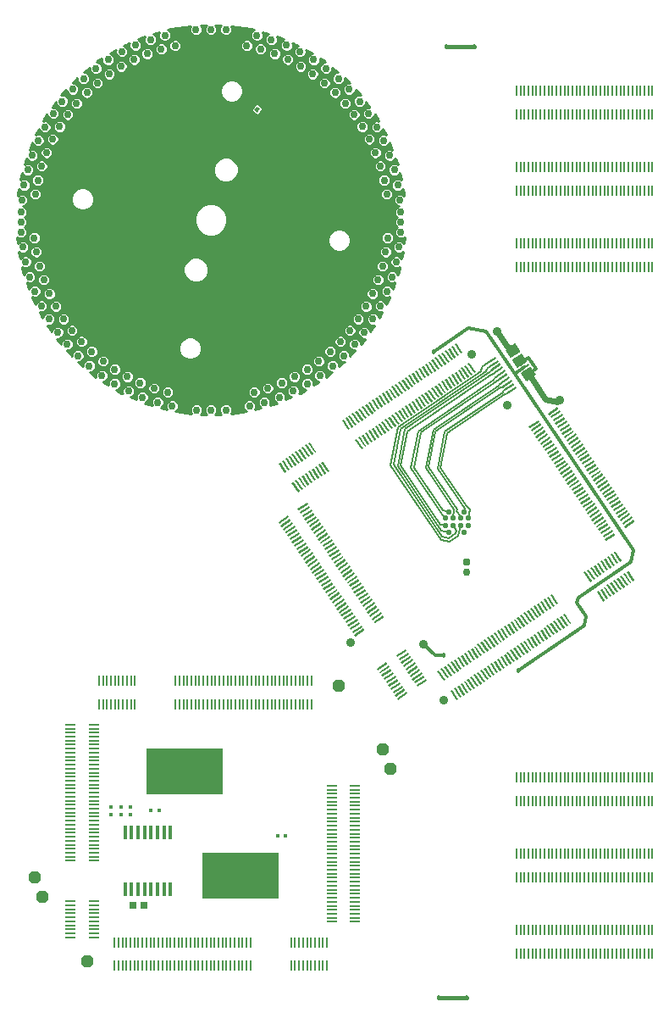
<source format=gbl>
G75*
%MOIN*%
%OFA0B0*%
%FSLAX24Y24*%
%IPPOS*%
%LPD*%
%AMOC8*
5,1,8,0,0,1.08239X$1,22.5*
%
%ADD10R,0.0079X0.0449*%
%ADD11OC8,0.0210*%
%ADD12C,0.0210*%
%ADD13C,0.0295*%
%ADD14R,0.0170X0.0170*%
%ADD15R,0.0170X0.0170*%
%ADD16OC8,0.0480*%
%ADD17R,0.0137X0.0550*%
%ADD18R,0.0270X0.0300*%
%ADD19R,0.0449X0.0079*%
%ADD20R,0.3040X0.1840*%
%ADD21C,0.0354*%
%ADD22C,0.0050*%
%ADD23C,0.0240*%
%ADD24C,0.0120*%
%ADD25C,0.0180*%
%ADD26C,0.0160*%
%ADD27OC8,0.0295*%
%ADD28C,0.0100*%
D10*
X010235Y003705D03*
X010393Y003705D03*
X010550Y003705D03*
X010708Y003705D03*
X010865Y003705D03*
X011023Y003705D03*
X011180Y003705D03*
X011337Y003705D03*
X011495Y003705D03*
X011652Y003705D03*
X011810Y003705D03*
X011967Y003705D03*
X012125Y003705D03*
X012282Y003705D03*
X012440Y003705D03*
X012597Y003705D03*
X012755Y003705D03*
X012912Y003705D03*
X013070Y003705D03*
X013227Y003705D03*
X013385Y003705D03*
X013542Y003705D03*
X013700Y003705D03*
X013857Y003705D03*
X014015Y003705D03*
X014172Y003705D03*
X014330Y003705D03*
X014487Y003705D03*
X014645Y003705D03*
X014802Y003705D03*
X014960Y003705D03*
X015117Y003705D03*
X015275Y003705D03*
X015432Y003705D03*
X015589Y003705D03*
X015589Y004626D03*
X015432Y004626D03*
X015275Y004626D03*
X015117Y004626D03*
X014960Y004626D03*
X014802Y004626D03*
X014645Y004626D03*
X014487Y004626D03*
X014330Y004626D03*
X014172Y004626D03*
X014015Y004626D03*
X013857Y004626D03*
X013700Y004626D03*
X013542Y004626D03*
X013385Y004626D03*
X013227Y004626D03*
X013070Y004626D03*
X012912Y004626D03*
X012755Y004626D03*
X012597Y004626D03*
X012440Y004626D03*
X012282Y004626D03*
X012125Y004626D03*
X011967Y004626D03*
X011810Y004626D03*
X011652Y004626D03*
X011495Y004626D03*
X011337Y004626D03*
X011180Y004626D03*
X011023Y004626D03*
X010865Y004626D03*
X010708Y004626D03*
X010550Y004626D03*
X010393Y004626D03*
X010235Y004626D03*
X017184Y004626D03*
X017341Y004626D03*
X017499Y004626D03*
X017656Y004626D03*
X017814Y004626D03*
X017971Y004626D03*
X018129Y004626D03*
X018286Y004626D03*
X018443Y004626D03*
X018601Y004626D03*
X018601Y003705D03*
X018443Y003705D03*
X018286Y003705D03*
X018129Y003705D03*
X017971Y003705D03*
X017814Y003705D03*
X017656Y003705D03*
X017499Y003705D03*
X017341Y003705D03*
X017184Y003705D03*
X017202Y013985D03*
X017045Y013985D03*
X016887Y013985D03*
X016730Y013985D03*
X016572Y013985D03*
X016415Y013985D03*
X016257Y013985D03*
X016100Y013985D03*
X015942Y013985D03*
X015785Y013985D03*
X015627Y013985D03*
X015470Y013985D03*
X015312Y013985D03*
X015155Y013985D03*
X014997Y013985D03*
X014840Y013985D03*
X014682Y013985D03*
X014525Y013985D03*
X014367Y013985D03*
X014210Y013985D03*
X014052Y013985D03*
X013895Y013985D03*
X013737Y013985D03*
X013580Y013985D03*
X013423Y013985D03*
X013265Y013985D03*
X013108Y013985D03*
X012950Y013985D03*
X012793Y013985D03*
X012635Y013985D03*
X012635Y014906D03*
X012793Y014906D03*
X012950Y014906D03*
X013108Y014906D03*
X013265Y014906D03*
X013423Y014906D03*
X013580Y014906D03*
X013737Y014906D03*
X013895Y014906D03*
X014052Y014906D03*
X014210Y014906D03*
X014367Y014906D03*
X014525Y014906D03*
X014682Y014906D03*
X014840Y014906D03*
X014997Y014906D03*
X015155Y014906D03*
X015312Y014906D03*
X015470Y014906D03*
X015627Y014906D03*
X015785Y014906D03*
X015942Y014906D03*
X016100Y014906D03*
X016257Y014906D03*
X016415Y014906D03*
X016572Y014906D03*
X016730Y014906D03*
X016887Y014906D03*
X017045Y014906D03*
X017202Y014906D03*
X017360Y014906D03*
X017517Y014906D03*
X017675Y014906D03*
X017832Y014906D03*
X017989Y014906D03*
X017989Y013985D03*
X017832Y013985D03*
X017675Y013985D03*
X017517Y013985D03*
X017360Y013985D03*
G36*
X019632Y016777D02*
X019588Y016842D01*
X019958Y017091D01*
X020002Y017026D01*
X019632Y016777D01*
G37*
G36*
X019720Y016647D02*
X019676Y016712D01*
X020046Y016961D01*
X020090Y016896D01*
X019720Y016647D01*
G37*
G36*
X019543Y016908D02*
X019499Y016973D01*
X019869Y017222D01*
X019913Y017157D01*
X019543Y016908D01*
G37*
G36*
X019455Y017038D02*
X019411Y017103D01*
X019781Y017352D01*
X019825Y017287D01*
X019455Y017038D01*
G37*
G36*
X019367Y017169D02*
X019323Y017234D01*
X019693Y017483D01*
X019737Y017418D01*
X019367Y017169D01*
G37*
G36*
X019279Y017299D02*
X019235Y017364D01*
X019605Y017613D01*
X019649Y017548D01*
X019279Y017299D01*
G37*
G36*
X019191Y017430D02*
X019147Y017495D01*
X019517Y017744D01*
X019561Y017679D01*
X019191Y017430D01*
G37*
G36*
X019103Y017560D02*
X019059Y017625D01*
X019429Y017874D01*
X019473Y017809D01*
X019103Y017560D01*
G37*
G36*
X019015Y017691D02*
X018971Y017756D01*
X019341Y018005D01*
X019385Y017940D01*
X019015Y017691D01*
G37*
G36*
X018927Y017822D02*
X018883Y017887D01*
X019253Y018136D01*
X019297Y018071D01*
X018927Y017822D01*
G37*
G36*
X018839Y017952D02*
X018795Y018017D01*
X019165Y018266D01*
X019209Y018201D01*
X018839Y017952D01*
G37*
G36*
X018751Y018083D02*
X018707Y018148D01*
X019077Y018397D01*
X019121Y018332D01*
X018751Y018083D01*
G37*
G36*
X018663Y018213D02*
X018619Y018278D01*
X018989Y018527D01*
X019033Y018462D01*
X018663Y018213D01*
G37*
G36*
X018575Y018344D02*
X018531Y018409D01*
X018901Y018658D01*
X018945Y018593D01*
X018575Y018344D01*
G37*
G36*
X018487Y018474D02*
X018443Y018539D01*
X018813Y018788D01*
X018857Y018723D01*
X018487Y018474D01*
G37*
G36*
X018399Y018605D02*
X018355Y018670D01*
X018725Y018919D01*
X018769Y018854D01*
X018399Y018605D01*
G37*
G36*
X018311Y018735D02*
X018267Y018800D01*
X018637Y019049D01*
X018681Y018984D01*
X018311Y018735D01*
G37*
G36*
X018223Y018866D02*
X018179Y018931D01*
X018549Y019180D01*
X018593Y019115D01*
X018223Y018866D01*
G37*
G36*
X018134Y018997D02*
X018090Y019062D01*
X018460Y019311D01*
X018504Y019246D01*
X018134Y018997D01*
G37*
G36*
X018046Y019127D02*
X018002Y019192D01*
X018372Y019441D01*
X018416Y019376D01*
X018046Y019127D01*
G37*
G36*
X017958Y019258D02*
X017914Y019323D01*
X018284Y019572D01*
X018328Y019507D01*
X017958Y019258D01*
G37*
G36*
X017870Y019388D02*
X017826Y019453D01*
X018196Y019702D01*
X018240Y019637D01*
X017870Y019388D01*
G37*
G36*
X017782Y019519D02*
X017738Y019584D01*
X018108Y019833D01*
X018152Y019768D01*
X017782Y019519D01*
G37*
G36*
X017694Y019649D02*
X017650Y019714D01*
X018020Y019963D01*
X018064Y019898D01*
X017694Y019649D01*
G37*
G36*
X017606Y019780D02*
X017562Y019845D01*
X017932Y020094D01*
X017976Y020029D01*
X017606Y019780D01*
G37*
G36*
X017518Y019910D02*
X017474Y019975D01*
X017844Y020224D01*
X017888Y020159D01*
X017518Y019910D01*
G37*
G36*
X017430Y020041D02*
X017386Y020106D01*
X017756Y020355D01*
X017800Y020290D01*
X017430Y020041D01*
G37*
G36*
X017342Y020172D02*
X017298Y020237D01*
X017668Y020486D01*
X017712Y020421D01*
X017342Y020172D01*
G37*
G36*
X017254Y020302D02*
X017210Y020367D01*
X017580Y020616D01*
X017624Y020551D01*
X017254Y020302D01*
G37*
G36*
X017166Y020433D02*
X017122Y020498D01*
X017492Y020747D01*
X017536Y020682D01*
X017166Y020433D01*
G37*
G36*
X017078Y020563D02*
X017034Y020628D01*
X017404Y020877D01*
X017448Y020812D01*
X017078Y020563D01*
G37*
G36*
X016990Y020694D02*
X016946Y020759D01*
X017316Y021008D01*
X017360Y020943D01*
X016990Y020694D01*
G37*
G36*
X016902Y020824D02*
X016858Y020889D01*
X017228Y021138D01*
X017272Y021073D01*
X016902Y020824D01*
G37*
G36*
X016814Y020955D02*
X016770Y021020D01*
X017140Y021269D01*
X017184Y021204D01*
X016814Y020955D01*
G37*
G36*
X016725Y021085D02*
X016681Y021150D01*
X017051Y021399D01*
X017095Y021334D01*
X016725Y021085D01*
G37*
G36*
X017815Y021915D02*
X017859Y021850D01*
X017489Y021601D01*
X017445Y021666D01*
X017815Y021915D01*
G37*
G36*
X017903Y021784D02*
X017947Y021719D01*
X017577Y021470D01*
X017533Y021535D01*
X017903Y021784D01*
G37*
G36*
X017991Y021654D02*
X018035Y021589D01*
X017665Y021340D01*
X017621Y021405D01*
X017991Y021654D01*
G37*
G36*
X018079Y021523D02*
X018123Y021458D01*
X017753Y021209D01*
X017709Y021274D01*
X018079Y021523D01*
G37*
G36*
X018168Y021392D02*
X018212Y021327D01*
X017842Y021078D01*
X017798Y021143D01*
X018168Y021392D01*
G37*
G36*
X018256Y021262D02*
X018300Y021197D01*
X017930Y020948D01*
X017886Y021013D01*
X018256Y021262D01*
G37*
G36*
X018344Y021131D02*
X018388Y021066D01*
X018018Y020817D01*
X017974Y020882D01*
X018344Y021131D01*
G37*
G36*
X018432Y021001D02*
X018476Y020936D01*
X018106Y020687D01*
X018062Y020752D01*
X018432Y021001D01*
G37*
G36*
X018520Y020870D02*
X018564Y020805D01*
X018194Y020556D01*
X018150Y020621D01*
X018520Y020870D01*
G37*
G36*
X018608Y020740D02*
X018652Y020675D01*
X018282Y020426D01*
X018238Y020491D01*
X018608Y020740D01*
G37*
G36*
X018696Y020609D02*
X018740Y020544D01*
X018370Y020295D01*
X018326Y020360D01*
X018696Y020609D01*
G37*
G36*
X018784Y020479D02*
X018828Y020414D01*
X018458Y020165D01*
X018414Y020230D01*
X018784Y020479D01*
G37*
G36*
X018872Y020348D02*
X018916Y020283D01*
X018546Y020034D01*
X018502Y020099D01*
X018872Y020348D01*
G37*
G36*
X018960Y020217D02*
X019004Y020152D01*
X018634Y019903D01*
X018590Y019968D01*
X018960Y020217D01*
G37*
G36*
X019048Y020087D02*
X019092Y020022D01*
X018722Y019773D01*
X018678Y019838D01*
X019048Y020087D01*
G37*
G36*
X019136Y019956D02*
X019180Y019891D01*
X018810Y019642D01*
X018766Y019707D01*
X019136Y019956D01*
G37*
G36*
X019224Y019826D02*
X019268Y019761D01*
X018898Y019512D01*
X018854Y019577D01*
X019224Y019826D01*
G37*
G36*
X019312Y019695D02*
X019356Y019630D01*
X018986Y019381D01*
X018942Y019446D01*
X019312Y019695D01*
G37*
G36*
X019400Y019565D02*
X019444Y019500D01*
X019074Y019251D01*
X019030Y019316D01*
X019400Y019565D01*
G37*
G36*
X019488Y019434D02*
X019532Y019369D01*
X019162Y019120D01*
X019118Y019185D01*
X019488Y019434D01*
G37*
G36*
X019576Y019303D02*
X019620Y019238D01*
X019250Y018989D01*
X019206Y019054D01*
X019576Y019303D01*
G37*
G36*
X019665Y019173D02*
X019709Y019108D01*
X019339Y018859D01*
X019295Y018924D01*
X019665Y019173D01*
G37*
G36*
X019753Y019042D02*
X019797Y018977D01*
X019427Y018728D01*
X019383Y018793D01*
X019753Y019042D01*
G37*
G36*
X019841Y018912D02*
X019885Y018847D01*
X019515Y018598D01*
X019471Y018663D01*
X019841Y018912D01*
G37*
G36*
X019929Y018781D02*
X019973Y018716D01*
X019603Y018467D01*
X019559Y018532D01*
X019929Y018781D01*
G37*
G36*
X020017Y018651D02*
X020061Y018586D01*
X019691Y018337D01*
X019647Y018402D01*
X020017Y018651D01*
G37*
G36*
X020105Y018520D02*
X020149Y018455D01*
X019779Y018206D01*
X019735Y018271D01*
X020105Y018520D01*
G37*
G36*
X020193Y018390D02*
X020237Y018325D01*
X019867Y018076D01*
X019823Y018141D01*
X020193Y018390D01*
G37*
G36*
X020281Y018259D02*
X020325Y018194D01*
X019955Y017945D01*
X019911Y018010D01*
X020281Y018259D01*
G37*
G36*
X020369Y018128D02*
X020413Y018063D01*
X020043Y017814D01*
X019999Y017879D01*
X020369Y018128D01*
G37*
G36*
X020457Y017998D02*
X020501Y017933D01*
X020131Y017684D01*
X020087Y017749D01*
X020457Y017998D01*
G37*
G36*
X020545Y017867D02*
X020589Y017802D01*
X020219Y017553D01*
X020175Y017618D01*
X020545Y017867D01*
G37*
G36*
X020633Y017737D02*
X020677Y017672D01*
X020307Y017423D01*
X020263Y017488D01*
X020633Y017737D01*
G37*
G36*
X020721Y017606D02*
X020765Y017541D01*
X020395Y017292D01*
X020351Y017357D01*
X020721Y017606D01*
G37*
G36*
X020809Y017476D02*
X020853Y017411D01*
X020483Y017162D01*
X020439Y017227D01*
X020809Y017476D01*
G37*
G36*
X021701Y016154D02*
X021745Y016089D01*
X021375Y015840D01*
X021331Y015905D01*
X021701Y016154D01*
G37*
G36*
X021789Y016024D02*
X021833Y015959D01*
X021463Y015710D01*
X021419Y015775D01*
X021789Y016024D01*
G37*
G36*
X021877Y015893D02*
X021921Y015828D01*
X021551Y015579D01*
X021507Y015644D01*
X021877Y015893D01*
G37*
G36*
X021965Y015762D02*
X022009Y015697D01*
X021639Y015448D01*
X021595Y015513D01*
X021965Y015762D01*
G37*
G36*
X022053Y015632D02*
X022097Y015567D01*
X021727Y015318D01*
X021683Y015383D01*
X022053Y015632D01*
G37*
G36*
X022141Y015501D02*
X022185Y015436D01*
X021815Y015187D01*
X021771Y015252D01*
X022141Y015501D01*
G37*
G36*
X022229Y015371D02*
X022273Y015306D01*
X021903Y015057D01*
X021859Y015122D01*
X022229Y015371D01*
G37*
G36*
X022317Y015240D02*
X022361Y015175D01*
X021991Y014926D01*
X021947Y014991D01*
X022317Y015240D01*
G37*
G36*
X022405Y015110D02*
X022449Y015045D01*
X022079Y014796D01*
X022035Y014861D01*
X022405Y015110D01*
G37*
G36*
X022493Y014979D02*
X022537Y014914D01*
X022167Y014665D01*
X022123Y014730D01*
X022493Y014979D01*
G37*
G36*
X022945Y015276D02*
X023010Y015320D01*
X023259Y014950D01*
X023194Y014906D01*
X022945Y015276D01*
G37*
G36*
X023076Y015364D02*
X023141Y015408D01*
X023390Y015038D01*
X023325Y014994D01*
X023076Y015364D01*
G37*
G36*
X023206Y015452D02*
X023271Y015496D01*
X023520Y015126D01*
X023455Y015082D01*
X023206Y015452D01*
G37*
G36*
X023337Y015540D02*
X023402Y015584D01*
X023651Y015214D01*
X023586Y015170D01*
X023337Y015540D01*
G37*
G36*
X023467Y015628D02*
X023532Y015672D01*
X023781Y015302D01*
X023716Y015258D01*
X023467Y015628D01*
G37*
G36*
X023598Y015716D02*
X023663Y015760D01*
X023912Y015390D01*
X023847Y015346D01*
X023598Y015716D01*
G37*
G36*
X023728Y015804D02*
X023793Y015848D01*
X024042Y015478D01*
X023977Y015434D01*
X023728Y015804D01*
G37*
G36*
X023859Y015892D02*
X023924Y015936D01*
X024173Y015566D01*
X024108Y015522D01*
X023859Y015892D01*
G37*
G36*
X023990Y015980D02*
X024055Y016024D01*
X024304Y015654D01*
X024239Y015610D01*
X023990Y015980D01*
G37*
G36*
X024120Y016068D02*
X024185Y016112D01*
X024434Y015742D01*
X024369Y015698D01*
X024120Y016068D01*
G37*
G36*
X024251Y016156D02*
X024316Y016200D01*
X024565Y015830D01*
X024500Y015786D01*
X024251Y016156D01*
G37*
G36*
X024381Y016244D02*
X024446Y016288D01*
X024695Y015918D01*
X024630Y015874D01*
X024381Y016244D01*
G37*
G36*
X024512Y016332D02*
X024577Y016376D01*
X024826Y016006D01*
X024761Y015962D01*
X024512Y016332D01*
G37*
G36*
X024642Y016420D02*
X024707Y016464D01*
X024956Y016094D01*
X024891Y016050D01*
X024642Y016420D01*
G37*
G36*
X024773Y016508D02*
X024838Y016552D01*
X025087Y016182D01*
X025022Y016138D01*
X024773Y016508D01*
G37*
G36*
X024903Y016596D02*
X024968Y016640D01*
X025217Y016270D01*
X025152Y016226D01*
X024903Y016596D01*
G37*
G36*
X025034Y016685D02*
X025099Y016729D01*
X025348Y016359D01*
X025283Y016315D01*
X025034Y016685D01*
G37*
G36*
X025165Y016773D02*
X025230Y016817D01*
X025479Y016447D01*
X025414Y016403D01*
X025165Y016773D01*
G37*
G36*
X025295Y016861D02*
X025360Y016905D01*
X025609Y016535D01*
X025544Y016491D01*
X025295Y016861D01*
G37*
G36*
X025426Y016949D02*
X025491Y016993D01*
X025740Y016623D01*
X025675Y016579D01*
X025426Y016949D01*
G37*
G36*
X025556Y017037D02*
X025621Y017081D01*
X025870Y016711D01*
X025805Y016667D01*
X025556Y017037D01*
G37*
G36*
X025687Y017125D02*
X025752Y017169D01*
X026001Y016799D01*
X025936Y016755D01*
X025687Y017125D01*
G37*
G36*
X025817Y017213D02*
X025882Y017257D01*
X026131Y016887D01*
X026066Y016843D01*
X025817Y017213D01*
G37*
G36*
X025948Y017301D02*
X026013Y017345D01*
X026262Y016975D01*
X026197Y016931D01*
X025948Y017301D01*
G37*
G36*
X026078Y017389D02*
X026143Y017433D01*
X026392Y017063D01*
X026327Y017019D01*
X026078Y017389D01*
G37*
G36*
X026209Y017477D02*
X026274Y017521D01*
X026523Y017151D01*
X026458Y017107D01*
X026209Y017477D01*
G37*
G36*
X026340Y017565D02*
X026405Y017609D01*
X026654Y017239D01*
X026589Y017195D01*
X026340Y017565D01*
G37*
G36*
X026470Y017653D02*
X026535Y017697D01*
X026784Y017327D01*
X026719Y017283D01*
X026470Y017653D01*
G37*
G36*
X026601Y017741D02*
X026666Y017785D01*
X026915Y017415D01*
X026850Y017371D01*
X026601Y017741D01*
G37*
G36*
X026731Y017829D02*
X026796Y017873D01*
X027045Y017503D01*
X026980Y017459D01*
X026731Y017829D01*
G37*
G36*
X026862Y017917D02*
X026927Y017961D01*
X027176Y017591D01*
X027111Y017547D01*
X026862Y017917D01*
G37*
G36*
X026992Y018005D02*
X027057Y018049D01*
X027306Y017679D01*
X027241Y017635D01*
X026992Y018005D01*
G37*
G36*
X027123Y018094D02*
X027188Y018138D01*
X027437Y017768D01*
X027372Y017724D01*
X027123Y018094D01*
G37*
G36*
X027253Y018182D02*
X027318Y018226D01*
X027567Y017856D01*
X027502Y017812D01*
X027253Y018182D01*
G37*
G36*
X027384Y018270D02*
X027449Y018314D01*
X027698Y017944D01*
X027633Y017900D01*
X027384Y018270D01*
G37*
G36*
X028213Y017180D02*
X028148Y017136D01*
X027899Y017506D01*
X027964Y017550D01*
X028213Y017180D01*
G37*
G36*
X028083Y017092D02*
X028018Y017048D01*
X027769Y017418D01*
X027834Y017462D01*
X028083Y017092D01*
G37*
G36*
X027952Y017004D02*
X027887Y016960D01*
X027638Y017330D01*
X027703Y017374D01*
X027952Y017004D01*
G37*
G36*
X027821Y016916D02*
X027756Y016872D01*
X027507Y017242D01*
X027572Y017286D01*
X027821Y016916D01*
G37*
G36*
X027691Y016828D02*
X027626Y016784D01*
X027377Y017154D01*
X027442Y017198D01*
X027691Y016828D01*
G37*
G36*
X027560Y016740D02*
X027495Y016696D01*
X027246Y017066D01*
X027311Y017110D01*
X027560Y016740D01*
G37*
G36*
X027430Y016652D02*
X027365Y016608D01*
X027116Y016978D01*
X027181Y017022D01*
X027430Y016652D01*
G37*
G36*
X027299Y016563D02*
X027234Y016519D01*
X026985Y016889D01*
X027050Y016933D01*
X027299Y016563D01*
G37*
G36*
X027169Y016475D02*
X027104Y016431D01*
X026855Y016801D01*
X026920Y016845D01*
X027169Y016475D01*
G37*
G36*
X027038Y016387D02*
X026973Y016343D01*
X026724Y016713D01*
X026789Y016757D01*
X027038Y016387D01*
G37*
G36*
X026908Y016299D02*
X026843Y016255D01*
X026594Y016625D01*
X026659Y016669D01*
X026908Y016299D01*
G37*
G36*
X026777Y016211D02*
X026712Y016167D01*
X026463Y016537D01*
X026528Y016581D01*
X026777Y016211D01*
G37*
G36*
X026646Y016123D02*
X026581Y016079D01*
X026332Y016449D01*
X026397Y016493D01*
X026646Y016123D01*
G37*
G36*
X026516Y016035D02*
X026451Y015991D01*
X026202Y016361D01*
X026267Y016405D01*
X026516Y016035D01*
G37*
G36*
X026385Y015947D02*
X026320Y015903D01*
X026071Y016273D01*
X026136Y016317D01*
X026385Y015947D01*
G37*
G36*
X026255Y015859D02*
X026190Y015815D01*
X025941Y016185D01*
X026006Y016229D01*
X026255Y015859D01*
G37*
G36*
X026124Y015771D02*
X026059Y015727D01*
X025810Y016097D01*
X025875Y016141D01*
X026124Y015771D01*
G37*
G36*
X025994Y015683D02*
X025929Y015639D01*
X025680Y016009D01*
X025745Y016053D01*
X025994Y015683D01*
G37*
G36*
X025863Y015595D02*
X025798Y015551D01*
X025549Y015921D01*
X025614Y015965D01*
X025863Y015595D01*
G37*
G36*
X025733Y015507D02*
X025668Y015463D01*
X025419Y015833D01*
X025484Y015877D01*
X025733Y015507D01*
G37*
G36*
X025602Y015419D02*
X025537Y015375D01*
X025288Y015745D01*
X025353Y015789D01*
X025602Y015419D01*
G37*
G36*
X025471Y015331D02*
X025406Y015287D01*
X025157Y015657D01*
X025222Y015701D01*
X025471Y015331D01*
G37*
G36*
X025341Y015243D02*
X025276Y015199D01*
X025027Y015569D01*
X025092Y015613D01*
X025341Y015243D01*
G37*
G36*
X025210Y015154D02*
X025145Y015110D01*
X024896Y015480D01*
X024961Y015524D01*
X025210Y015154D01*
G37*
G36*
X025080Y015066D02*
X025015Y015022D01*
X024766Y015392D01*
X024831Y015436D01*
X025080Y015066D01*
G37*
G36*
X024949Y014978D02*
X024884Y014934D01*
X024635Y015304D01*
X024700Y015348D01*
X024949Y014978D01*
G37*
G36*
X024819Y014890D02*
X024754Y014846D01*
X024505Y015216D01*
X024570Y015260D01*
X024819Y014890D01*
G37*
G36*
X024688Y014802D02*
X024623Y014758D01*
X024374Y015128D01*
X024439Y015172D01*
X024688Y014802D01*
G37*
G36*
X024558Y014714D02*
X024493Y014670D01*
X024244Y015040D01*
X024309Y015084D01*
X024558Y014714D01*
G37*
G36*
X024427Y014626D02*
X024362Y014582D01*
X024113Y014952D01*
X024178Y014996D01*
X024427Y014626D01*
G37*
G36*
X024296Y014538D02*
X024231Y014494D01*
X023982Y014864D01*
X024047Y014908D01*
X024296Y014538D01*
G37*
G36*
X024166Y014450D02*
X024101Y014406D01*
X023852Y014776D01*
X023917Y014820D01*
X024166Y014450D01*
G37*
G36*
X024035Y014362D02*
X023970Y014318D01*
X023721Y014688D01*
X023786Y014732D01*
X024035Y014362D01*
G37*
G36*
X023905Y014274D02*
X023840Y014230D01*
X023591Y014600D01*
X023656Y014644D01*
X023905Y014274D01*
G37*
G36*
X023774Y014186D02*
X023709Y014142D01*
X023460Y014512D01*
X023525Y014556D01*
X023774Y014186D01*
G37*
G36*
X021404Y014150D02*
X021360Y014215D01*
X021730Y014464D01*
X021774Y014399D01*
X021404Y014150D01*
G37*
G36*
X021316Y014280D02*
X021272Y014345D01*
X021642Y014594D01*
X021686Y014529D01*
X021316Y014280D01*
G37*
G36*
X021227Y014411D02*
X021183Y014476D01*
X021553Y014725D01*
X021597Y014660D01*
X021227Y014411D01*
G37*
G36*
X021139Y014542D02*
X021095Y014607D01*
X021465Y014856D01*
X021509Y014791D01*
X021139Y014542D01*
G37*
G36*
X021051Y014672D02*
X021007Y014737D01*
X021377Y014986D01*
X021421Y014921D01*
X021051Y014672D01*
G37*
G36*
X020963Y014803D02*
X020919Y014868D01*
X021289Y015117D01*
X021333Y015052D01*
X020963Y014803D01*
G37*
G36*
X020875Y014933D02*
X020831Y014998D01*
X021201Y015247D01*
X021245Y015182D01*
X020875Y014933D01*
G37*
G36*
X020787Y015064D02*
X020743Y015129D01*
X021113Y015378D01*
X021157Y015313D01*
X020787Y015064D01*
G37*
G36*
X020699Y015194D02*
X020655Y015259D01*
X021025Y015508D01*
X021069Y015443D01*
X020699Y015194D01*
G37*
G36*
X020611Y015325D02*
X020567Y015390D01*
X020937Y015639D01*
X020981Y015574D01*
X020611Y015325D01*
G37*
X026058Y011105D03*
X026215Y011105D03*
X026373Y011105D03*
X026530Y011105D03*
X026688Y011105D03*
X026845Y011105D03*
X027003Y011105D03*
X027160Y011105D03*
X027318Y011105D03*
X027475Y011105D03*
X027633Y011105D03*
X027790Y011105D03*
X027948Y011105D03*
X028105Y011105D03*
X028263Y011105D03*
X028420Y011105D03*
X028578Y011105D03*
X028735Y011105D03*
X028893Y011105D03*
X029050Y011105D03*
X029208Y011105D03*
X029365Y011105D03*
X029523Y011105D03*
X029680Y011105D03*
X029837Y011105D03*
X029995Y011105D03*
X030152Y011105D03*
X030310Y011105D03*
X030467Y011105D03*
X030625Y011105D03*
X030782Y011105D03*
X030940Y011105D03*
X031097Y011105D03*
X031255Y011105D03*
X031412Y011105D03*
X031412Y010184D03*
X031255Y010184D03*
X031097Y010184D03*
X030940Y010184D03*
X030782Y010184D03*
X030625Y010184D03*
X030467Y010184D03*
X030310Y010184D03*
X030152Y010184D03*
X029995Y010184D03*
X029837Y010184D03*
X029680Y010184D03*
X029523Y010184D03*
X029365Y010184D03*
X029208Y010184D03*
X029050Y010184D03*
X028893Y010184D03*
X028735Y010184D03*
X028578Y010184D03*
X028420Y010184D03*
X028263Y010184D03*
X028105Y010184D03*
X027948Y010184D03*
X027790Y010184D03*
X027633Y010184D03*
X027475Y010184D03*
X027318Y010184D03*
X027160Y010184D03*
X027003Y010184D03*
X026845Y010184D03*
X026688Y010184D03*
X026530Y010184D03*
X026373Y010184D03*
X026215Y010184D03*
X026058Y010184D03*
X026058Y008105D03*
X026215Y008105D03*
X026373Y008105D03*
X026530Y008105D03*
X026688Y008105D03*
X026845Y008105D03*
X027003Y008105D03*
X027160Y008105D03*
X027318Y008105D03*
X027475Y008105D03*
X027633Y008105D03*
X027790Y008105D03*
X027948Y008105D03*
X028105Y008105D03*
X028263Y008105D03*
X028420Y008105D03*
X028578Y008105D03*
X028735Y008105D03*
X028893Y008105D03*
X029050Y008105D03*
X029208Y008105D03*
X029365Y008105D03*
X029523Y008105D03*
X029680Y008105D03*
X029837Y008105D03*
X029995Y008105D03*
X030152Y008105D03*
X030310Y008105D03*
X030467Y008105D03*
X030625Y008105D03*
X030782Y008105D03*
X030940Y008105D03*
X031097Y008105D03*
X031255Y008105D03*
X031412Y008105D03*
X031412Y007184D03*
X031255Y007184D03*
X031097Y007184D03*
X030940Y007184D03*
X030782Y007184D03*
X030625Y007184D03*
X030467Y007184D03*
X030310Y007184D03*
X030152Y007184D03*
X029995Y007184D03*
X029837Y007184D03*
X029680Y007184D03*
X029523Y007184D03*
X029365Y007184D03*
X029208Y007184D03*
X029050Y007184D03*
X028893Y007184D03*
X028735Y007184D03*
X028578Y007184D03*
X028420Y007184D03*
X028263Y007184D03*
X028105Y007184D03*
X027948Y007184D03*
X027790Y007184D03*
X027633Y007184D03*
X027475Y007184D03*
X027318Y007184D03*
X027160Y007184D03*
X027003Y007184D03*
X026845Y007184D03*
X026688Y007184D03*
X026530Y007184D03*
X026373Y007184D03*
X026215Y007184D03*
X026058Y007184D03*
X026058Y005105D03*
X026215Y005105D03*
X026373Y005105D03*
X026530Y005105D03*
X026688Y005105D03*
X026845Y005105D03*
X027003Y005105D03*
X027160Y005105D03*
X027318Y005105D03*
X027475Y005105D03*
X027633Y005105D03*
X027790Y005105D03*
X027948Y005105D03*
X028105Y005105D03*
X028263Y005105D03*
X028420Y005105D03*
X028578Y005105D03*
X028735Y005105D03*
X028893Y005105D03*
X029050Y005105D03*
X029208Y005105D03*
X029365Y005105D03*
X029523Y005105D03*
X029680Y005105D03*
X029837Y005105D03*
X029995Y005105D03*
X030152Y005105D03*
X030310Y005105D03*
X030467Y005105D03*
X030625Y005105D03*
X030782Y005105D03*
X030940Y005105D03*
X031097Y005105D03*
X031255Y005105D03*
X031412Y005105D03*
X031412Y004184D03*
X031255Y004184D03*
X031097Y004184D03*
X030940Y004184D03*
X030782Y004184D03*
X030625Y004184D03*
X030467Y004184D03*
X030310Y004184D03*
X030152Y004184D03*
X029995Y004184D03*
X029837Y004184D03*
X029680Y004184D03*
X029523Y004184D03*
X029365Y004184D03*
X029208Y004184D03*
X029050Y004184D03*
X028893Y004184D03*
X028735Y004184D03*
X028578Y004184D03*
X028420Y004184D03*
X028263Y004184D03*
X028105Y004184D03*
X027948Y004184D03*
X027790Y004184D03*
X027633Y004184D03*
X027475Y004184D03*
X027318Y004184D03*
X027160Y004184D03*
X027003Y004184D03*
X026845Y004184D03*
X026688Y004184D03*
X026530Y004184D03*
X026373Y004184D03*
X026215Y004184D03*
X026058Y004184D03*
G36*
X029535Y018071D02*
X029470Y018027D01*
X029221Y018397D01*
X029286Y018441D01*
X029535Y018071D01*
G37*
G36*
X029665Y018159D02*
X029600Y018115D01*
X029351Y018485D01*
X029416Y018529D01*
X029665Y018159D01*
G37*
G36*
X029796Y018247D02*
X029731Y018203D01*
X029482Y018573D01*
X029547Y018617D01*
X029796Y018247D01*
G37*
G36*
X029926Y018336D02*
X029861Y018292D01*
X029612Y018662D01*
X029677Y018706D01*
X029926Y018336D01*
G37*
G36*
X030057Y018424D02*
X029992Y018380D01*
X029743Y018750D01*
X029808Y018794D01*
X030057Y018424D01*
G37*
G36*
X030188Y018512D02*
X030123Y018468D01*
X029874Y018838D01*
X029939Y018882D01*
X030188Y018512D01*
G37*
G36*
X030318Y018600D02*
X030253Y018556D01*
X030004Y018926D01*
X030069Y018970D01*
X030318Y018600D01*
G37*
G36*
X030449Y018688D02*
X030384Y018644D01*
X030135Y019014D01*
X030200Y019058D01*
X030449Y018688D01*
G37*
G36*
X030579Y018776D02*
X030514Y018732D01*
X030265Y019102D01*
X030330Y019146D01*
X030579Y018776D01*
G37*
G36*
X030710Y018864D02*
X030645Y018820D01*
X030396Y019190D01*
X030461Y019234D01*
X030710Y018864D01*
G37*
G36*
X029881Y019954D02*
X029946Y019998D01*
X030195Y019628D01*
X030130Y019584D01*
X029881Y019954D01*
G37*
G36*
X029750Y019866D02*
X029815Y019910D01*
X030064Y019540D01*
X029999Y019496D01*
X029750Y019866D01*
G37*
G36*
X029620Y019778D02*
X029685Y019822D01*
X029934Y019452D01*
X029869Y019408D01*
X029620Y019778D01*
G37*
G36*
X029489Y019689D02*
X029554Y019733D01*
X029803Y019363D01*
X029738Y019319D01*
X029489Y019689D01*
G37*
G36*
X029358Y019601D02*
X029423Y019645D01*
X029672Y019275D01*
X029607Y019231D01*
X029358Y019601D01*
G37*
G36*
X029228Y019513D02*
X029293Y019557D01*
X029542Y019187D01*
X029477Y019143D01*
X029228Y019513D01*
G37*
G36*
X029097Y019425D02*
X029162Y019469D01*
X029411Y019099D01*
X029346Y019055D01*
X029097Y019425D01*
G37*
G36*
X028967Y019337D02*
X029032Y019381D01*
X029281Y019011D01*
X029216Y018967D01*
X028967Y019337D01*
G37*
G36*
X028836Y019249D02*
X028901Y019293D01*
X029150Y018923D01*
X029085Y018879D01*
X028836Y019249D01*
G37*
G36*
X028706Y019161D02*
X028771Y019205D01*
X029020Y018835D01*
X028955Y018791D01*
X028706Y019161D01*
G37*
G36*
X029584Y020405D02*
X029540Y020470D01*
X029910Y020719D01*
X029954Y020654D01*
X029584Y020405D01*
G37*
G36*
X029496Y020536D02*
X029452Y020601D01*
X029822Y020850D01*
X029866Y020785D01*
X029496Y020536D01*
G37*
G36*
X029408Y020666D02*
X029364Y020731D01*
X029734Y020980D01*
X029778Y020915D01*
X029408Y020666D01*
G37*
G36*
X029320Y020797D02*
X029276Y020862D01*
X029646Y021111D01*
X029690Y021046D01*
X029320Y020797D01*
G37*
G36*
X029232Y020928D02*
X029188Y020993D01*
X029558Y021242D01*
X029602Y021177D01*
X029232Y020928D01*
G37*
G36*
X029144Y021058D02*
X029100Y021123D01*
X029470Y021372D01*
X029514Y021307D01*
X029144Y021058D01*
G37*
G36*
X029056Y021189D02*
X029012Y021254D01*
X029382Y021503D01*
X029426Y021438D01*
X029056Y021189D01*
G37*
G36*
X028968Y021319D02*
X028924Y021384D01*
X029294Y021633D01*
X029338Y021568D01*
X028968Y021319D01*
G37*
G36*
X028880Y021450D02*
X028836Y021515D01*
X029206Y021764D01*
X029250Y021699D01*
X028880Y021450D01*
G37*
G36*
X028792Y021580D02*
X028748Y021645D01*
X029118Y021894D01*
X029162Y021829D01*
X028792Y021580D01*
G37*
G36*
X028704Y021711D02*
X028660Y021776D01*
X029030Y022025D01*
X029074Y021960D01*
X028704Y021711D01*
G37*
G36*
X028615Y021841D02*
X028571Y021906D01*
X028941Y022155D01*
X028985Y022090D01*
X028615Y021841D01*
G37*
G36*
X028527Y021972D02*
X028483Y022037D01*
X028853Y022286D01*
X028897Y022221D01*
X028527Y021972D01*
G37*
G36*
X028439Y022103D02*
X028395Y022168D01*
X028765Y022417D01*
X028809Y022352D01*
X028439Y022103D01*
G37*
G36*
X028351Y022233D02*
X028307Y022298D01*
X028677Y022547D01*
X028721Y022482D01*
X028351Y022233D01*
G37*
G36*
X028263Y022364D02*
X028219Y022429D01*
X028589Y022678D01*
X028633Y022613D01*
X028263Y022364D01*
G37*
G36*
X028175Y022494D02*
X028131Y022559D01*
X028501Y022808D01*
X028545Y022743D01*
X028175Y022494D01*
G37*
G36*
X028087Y022625D02*
X028043Y022690D01*
X028413Y022939D01*
X028457Y022874D01*
X028087Y022625D01*
G37*
G36*
X027999Y022755D02*
X027955Y022820D01*
X028325Y023069D01*
X028369Y023004D01*
X027999Y022755D01*
G37*
G36*
X027911Y022886D02*
X027867Y022951D01*
X028237Y023200D01*
X028281Y023135D01*
X027911Y022886D01*
G37*
G36*
X027823Y023016D02*
X027779Y023081D01*
X028149Y023330D01*
X028193Y023265D01*
X027823Y023016D01*
G37*
G36*
X027735Y023147D02*
X027691Y023212D01*
X028061Y023461D01*
X028105Y023396D01*
X027735Y023147D01*
G37*
G36*
X027647Y023278D02*
X027603Y023343D01*
X027973Y023592D01*
X028017Y023527D01*
X027647Y023278D01*
G37*
G36*
X027559Y023408D02*
X027515Y023473D01*
X027885Y023722D01*
X027929Y023657D01*
X027559Y023408D01*
G37*
G36*
X027471Y023539D02*
X027427Y023604D01*
X027797Y023853D01*
X027841Y023788D01*
X027471Y023539D01*
G37*
G36*
X027383Y023669D02*
X027339Y023734D01*
X027709Y023983D01*
X027753Y023918D01*
X027383Y023669D01*
G37*
G36*
X027295Y023800D02*
X027251Y023865D01*
X027621Y024114D01*
X027665Y024049D01*
X027295Y023800D01*
G37*
G36*
X027206Y023930D02*
X027162Y023995D01*
X027532Y024244D01*
X027576Y024179D01*
X027206Y023930D01*
G37*
G36*
X027118Y024061D02*
X027074Y024126D01*
X027444Y024375D01*
X027488Y024310D01*
X027118Y024061D01*
G37*
G36*
X027030Y024192D02*
X026986Y024257D01*
X027356Y024506D01*
X027400Y024441D01*
X027030Y024192D01*
G37*
G36*
X026942Y024322D02*
X026898Y024387D01*
X027268Y024636D01*
X027312Y024571D01*
X026942Y024322D01*
G37*
G36*
X026854Y024453D02*
X026810Y024518D01*
X027180Y024767D01*
X027224Y024702D01*
X026854Y024453D01*
G37*
G36*
X026766Y024583D02*
X026722Y024648D01*
X027092Y024897D01*
X027136Y024832D01*
X026766Y024583D01*
G37*
G36*
X026678Y024714D02*
X026634Y024779D01*
X027004Y025028D01*
X027048Y024963D01*
X026678Y024714D01*
G37*
G36*
X026590Y024844D02*
X026546Y024909D01*
X026916Y025158D01*
X026960Y025093D01*
X026590Y024844D01*
G37*
G36*
X027680Y025673D02*
X027724Y025608D01*
X027354Y025359D01*
X027310Y025424D01*
X027680Y025673D01*
G37*
G36*
X027768Y025543D02*
X027812Y025478D01*
X027442Y025229D01*
X027398Y025294D01*
X027768Y025543D01*
G37*
G36*
X027856Y025412D02*
X027900Y025347D01*
X027530Y025098D01*
X027486Y025163D01*
X027856Y025412D01*
G37*
G36*
X027944Y025282D02*
X027988Y025217D01*
X027618Y024968D01*
X027574Y025033D01*
X027944Y025282D01*
G37*
G36*
X028032Y025151D02*
X028076Y025086D01*
X027706Y024837D01*
X027662Y024902D01*
X028032Y025151D01*
G37*
G36*
X028120Y025021D02*
X028164Y024956D01*
X027794Y024707D01*
X027750Y024772D01*
X028120Y025021D01*
G37*
G36*
X028208Y024890D02*
X028252Y024825D01*
X027882Y024576D01*
X027838Y024641D01*
X028208Y024890D01*
G37*
G36*
X028296Y024760D02*
X028340Y024695D01*
X027970Y024446D01*
X027926Y024511D01*
X028296Y024760D01*
G37*
G36*
X028384Y024629D02*
X028428Y024564D01*
X028058Y024315D01*
X028014Y024380D01*
X028384Y024629D01*
G37*
G36*
X028472Y024498D02*
X028516Y024433D01*
X028146Y024184D01*
X028102Y024249D01*
X028472Y024498D01*
G37*
G36*
X028560Y024368D02*
X028604Y024303D01*
X028234Y024054D01*
X028190Y024119D01*
X028560Y024368D01*
G37*
G36*
X028648Y024237D02*
X028692Y024172D01*
X028322Y023923D01*
X028278Y023988D01*
X028648Y024237D01*
G37*
G36*
X028737Y024107D02*
X028781Y024042D01*
X028411Y023793D01*
X028367Y023858D01*
X028737Y024107D01*
G37*
G36*
X028825Y023976D02*
X028869Y023911D01*
X028499Y023662D01*
X028455Y023727D01*
X028825Y023976D01*
G37*
G36*
X028913Y023846D02*
X028957Y023781D01*
X028587Y023532D01*
X028543Y023597D01*
X028913Y023846D01*
G37*
G36*
X029001Y023715D02*
X029045Y023650D01*
X028675Y023401D01*
X028631Y023466D01*
X029001Y023715D01*
G37*
G36*
X029089Y023585D02*
X029133Y023520D01*
X028763Y023271D01*
X028719Y023336D01*
X029089Y023585D01*
G37*
G36*
X029177Y023454D02*
X029221Y023389D01*
X028851Y023140D01*
X028807Y023205D01*
X029177Y023454D01*
G37*
G36*
X029265Y023323D02*
X029309Y023258D01*
X028939Y023009D01*
X028895Y023074D01*
X029265Y023323D01*
G37*
G36*
X029353Y023193D02*
X029397Y023128D01*
X029027Y022879D01*
X028983Y022944D01*
X029353Y023193D01*
G37*
G36*
X029441Y023062D02*
X029485Y022997D01*
X029115Y022748D01*
X029071Y022813D01*
X029441Y023062D01*
G37*
G36*
X029529Y022932D02*
X029573Y022867D01*
X029203Y022618D01*
X029159Y022683D01*
X029529Y022932D01*
G37*
G36*
X029617Y022801D02*
X029661Y022736D01*
X029291Y022487D01*
X029247Y022552D01*
X029617Y022801D01*
G37*
G36*
X029705Y022671D02*
X029749Y022606D01*
X029379Y022357D01*
X029335Y022422D01*
X029705Y022671D01*
G37*
G36*
X029793Y022540D02*
X029837Y022475D01*
X029467Y022226D01*
X029423Y022291D01*
X029793Y022540D01*
G37*
G36*
X029881Y022410D02*
X029925Y022345D01*
X029555Y022096D01*
X029511Y022161D01*
X029881Y022410D01*
G37*
G36*
X029969Y022279D02*
X030013Y022214D01*
X029643Y021965D01*
X029599Y022030D01*
X029969Y022279D01*
G37*
G36*
X030057Y022148D02*
X030101Y022083D01*
X029731Y021834D01*
X029687Y021899D01*
X030057Y022148D01*
G37*
G36*
X030146Y022018D02*
X030190Y021953D01*
X029820Y021704D01*
X029776Y021769D01*
X030146Y022018D01*
G37*
G36*
X030234Y021887D02*
X030278Y021822D01*
X029908Y021573D01*
X029864Y021638D01*
X030234Y021887D01*
G37*
G36*
X030322Y021757D02*
X030366Y021692D01*
X029996Y021443D01*
X029952Y021508D01*
X030322Y021757D01*
G37*
G36*
X030410Y021626D02*
X030454Y021561D01*
X030084Y021312D01*
X030040Y021377D01*
X030410Y021626D01*
G37*
G36*
X030498Y021496D02*
X030542Y021431D01*
X030172Y021182D01*
X030128Y021247D01*
X030498Y021496D01*
G37*
G36*
X030586Y021365D02*
X030630Y021300D01*
X030260Y021051D01*
X030216Y021116D01*
X030586Y021365D01*
G37*
G36*
X030674Y021235D02*
X030718Y021170D01*
X030348Y020921D01*
X030304Y020986D01*
X030674Y021235D01*
G37*
G36*
X026788Y026995D02*
X026832Y026930D01*
X026462Y026681D01*
X026418Y026746D01*
X026788Y026995D01*
G37*
G36*
X026700Y027126D02*
X026744Y027061D01*
X026374Y026812D01*
X026330Y026877D01*
X026700Y027126D01*
G37*
G36*
X026612Y027256D02*
X026656Y027191D01*
X026286Y026942D01*
X026242Y027007D01*
X026612Y027256D01*
G37*
G36*
X026524Y027387D02*
X026568Y027322D01*
X026198Y027073D01*
X026154Y027138D01*
X026524Y027387D01*
G37*
G36*
X026436Y027517D02*
X026480Y027452D01*
X026110Y027203D01*
X026066Y027268D01*
X026436Y027517D01*
G37*
G36*
X026348Y027648D02*
X026392Y027583D01*
X026022Y027334D01*
X025978Y027399D01*
X026348Y027648D01*
G37*
G36*
X026260Y027778D02*
X026304Y027713D01*
X025934Y027464D01*
X025890Y027529D01*
X026260Y027778D01*
G37*
G36*
X026172Y027909D02*
X026216Y027844D01*
X025846Y027595D01*
X025802Y027660D01*
X026172Y027909D01*
G37*
G36*
X026084Y028040D02*
X026128Y027975D01*
X025758Y027726D01*
X025714Y027791D01*
X026084Y028040D01*
G37*
G36*
X025996Y028170D02*
X026040Y028105D01*
X025670Y027856D01*
X025626Y027921D01*
X025996Y028170D01*
G37*
G36*
X024994Y027210D02*
X024950Y027275D01*
X025320Y027524D01*
X025364Y027459D01*
X024994Y027210D01*
G37*
G36*
X025082Y027080D02*
X025038Y027145D01*
X025408Y027394D01*
X025452Y027329D01*
X025082Y027080D01*
G37*
G36*
X025170Y026949D02*
X025126Y027014D01*
X025496Y027263D01*
X025540Y027198D01*
X025170Y026949D01*
G37*
G36*
X025258Y026819D02*
X025214Y026884D01*
X025584Y027133D01*
X025628Y027068D01*
X025258Y026819D01*
G37*
G36*
X025346Y026688D02*
X025302Y026753D01*
X025672Y027002D01*
X025716Y026937D01*
X025346Y026688D01*
G37*
G36*
X025434Y026558D02*
X025390Y026623D01*
X025760Y026872D01*
X025804Y026807D01*
X025434Y026558D01*
G37*
G36*
X025522Y026427D02*
X025478Y026492D01*
X025848Y026741D01*
X025892Y026676D01*
X025522Y026427D01*
G37*
G36*
X025611Y026296D02*
X025567Y026361D01*
X025937Y026610D01*
X025981Y026545D01*
X025611Y026296D01*
G37*
G36*
X025699Y026166D02*
X025655Y026231D01*
X026025Y026480D01*
X026069Y026415D01*
X025699Y026166D01*
G37*
G36*
X024906Y027341D02*
X024862Y027406D01*
X025232Y027655D01*
X025276Y027590D01*
X024906Y027341D01*
G37*
G36*
X024454Y027044D02*
X024389Y027000D01*
X024140Y027370D01*
X024205Y027414D01*
X024454Y027044D01*
G37*
G36*
X024324Y026956D02*
X024259Y026912D01*
X024010Y027282D01*
X024075Y027326D01*
X024324Y026956D01*
G37*
G36*
X024193Y026868D02*
X024128Y026824D01*
X023879Y027194D01*
X023944Y027238D01*
X024193Y026868D01*
G37*
G36*
X024063Y026780D02*
X023998Y026736D01*
X023749Y027106D01*
X023814Y027150D01*
X024063Y026780D01*
G37*
G36*
X023932Y026692D02*
X023867Y026648D01*
X023618Y027018D01*
X023683Y027062D01*
X023932Y026692D01*
G37*
G36*
X023802Y026604D02*
X023737Y026560D01*
X023488Y026930D01*
X023553Y026974D01*
X023802Y026604D01*
G37*
G36*
X023671Y026516D02*
X023606Y026472D01*
X023357Y026842D01*
X023422Y026886D01*
X023671Y026516D01*
G37*
G36*
X023540Y026428D02*
X023475Y026384D01*
X023226Y026754D01*
X023291Y026798D01*
X023540Y026428D01*
G37*
G36*
X023410Y026340D02*
X023345Y026296D01*
X023096Y026666D01*
X023161Y026710D01*
X023410Y026340D01*
G37*
G36*
X023279Y026252D02*
X023214Y026208D01*
X022965Y026578D01*
X023030Y026622D01*
X023279Y026252D01*
G37*
G36*
X023149Y026164D02*
X023084Y026120D01*
X022835Y026490D01*
X022900Y026534D01*
X023149Y026164D01*
G37*
G36*
X023018Y026076D02*
X022953Y026032D01*
X022704Y026402D01*
X022769Y026446D01*
X023018Y026076D01*
G37*
G36*
X022888Y025988D02*
X022823Y025944D01*
X022574Y026314D01*
X022639Y026358D01*
X022888Y025988D01*
G37*
G36*
X022757Y025900D02*
X022692Y025856D01*
X022443Y026226D01*
X022508Y026270D01*
X022757Y025900D01*
G37*
G36*
X022627Y025812D02*
X022562Y025768D01*
X022313Y026138D01*
X022378Y026182D01*
X022627Y025812D01*
G37*
G36*
X022496Y025724D02*
X022431Y025680D01*
X022182Y026050D01*
X022247Y026094D01*
X022496Y025724D01*
G37*
G36*
X022365Y025635D02*
X022300Y025591D01*
X022051Y025961D01*
X022116Y026005D01*
X022365Y025635D01*
G37*
G36*
X022235Y025547D02*
X022170Y025503D01*
X021921Y025873D01*
X021986Y025917D01*
X022235Y025547D01*
G37*
G36*
X022104Y025459D02*
X022039Y025415D01*
X021790Y025785D01*
X021855Y025829D01*
X022104Y025459D01*
G37*
G36*
X021974Y025371D02*
X021909Y025327D01*
X021660Y025697D01*
X021725Y025741D01*
X021974Y025371D01*
G37*
G36*
X021843Y025283D02*
X021778Y025239D01*
X021529Y025609D01*
X021594Y025653D01*
X021843Y025283D01*
G37*
G36*
X021713Y025195D02*
X021648Y025151D01*
X021399Y025521D01*
X021464Y025565D01*
X021713Y025195D01*
G37*
G36*
X021582Y025107D02*
X021517Y025063D01*
X021268Y025433D01*
X021333Y025477D01*
X021582Y025107D01*
G37*
G36*
X021452Y025019D02*
X021387Y024975D01*
X021138Y025345D01*
X021203Y025389D01*
X021452Y025019D01*
G37*
G36*
X021321Y024931D02*
X021256Y024887D01*
X021007Y025257D01*
X021072Y025301D01*
X021321Y024931D01*
G37*
G36*
X021190Y024843D02*
X021125Y024799D01*
X020876Y025169D01*
X020941Y025213D01*
X021190Y024843D01*
G37*
G36*
X021060Y024755D02*
X020995Y024711D01*
X020746Y025081D01*
X020811Y025125D01*
X021060Y024755D01*
G37*
G36*
X020929Y024667D02*
X020864Y024623D01*
X020615Y024993D01*
X020680Y025037D01*
X020929Y024667D01*
G37*
G36*
X020799Y024579D02*
X020734Y024535D01*
X020485Y024905D01*
X020550Y024949D01*
X020799Y024579D01*
G37*
G36*
X020668Y024491D02*
X020603Y024447D01*
X020354Y024817D01*
X020419Y024861D01*
X020668Y024491D01*
G37*
G36*
X020538Y024403D02*
X020473Y024359D01*
X020224Y024729D01*
X020289Y024773D01*
X020538Y024403D01*
G37*
G36*
X020407Y024315D02*
X020342Y024271D01*
X020093Y024641D01*
X020158Y024685D01*
X020407Y024315D01*
G37*
G36*
X020277Y024226D02*
X020212Y024182D01*
X019963Y024552D01*
X020028Y024596D01*
X020277Y024226D01*
G37*
G36*
X020146Y024138D02*
X020081Y024094D01*
X019832Y024464D01*
X019897Y024508D01*
X020146Y024138D01*
G37*
G36*
X020015Y024050D02*
X019950Y024006D01*
X019701Y024376D01*
X019766Y024420D01*
X020015Y024050D01*
G37*
G36*
X019186Y025140D02*
X019251Y025184D01*
X019500Y024814D01*
X019435Y024770D01*
X019186Y025140D01*
G37*
G36*
X019317Y025228D02*
X019382Y025272D01*
X019631Y024902D01*
X019566Y024858D01*
X019317Y025228D01*
G37*
G36*
X019447Y025316D02*
X019512Y025360D01*
X019761Y024990D01*
X019696Y024946D01*
X019447Y025316D01*
G37*
G36*
X019578Y025404D02*
X019643Y025448D01*
X019892Y025078D01*
X019827Y025034D01*
X019578Y025404D01*
G37*
G36*
X019708Y025492D02*
X019773Y025536D01*
X020022Y025166D01*
X019957Y025122D01*
X019708Y025492D01*
G37*
G36*
X019839Y025580D02*
X019904Y025624D01*
X020153Y025254D01*
X020088Y025210D01*
X019839Y025580D01*
G37*
G36*
X019970Y025668D02*
X020035Y025712D01*
X020284Y025342D01*
X020219Y025298D01*
X019970Y025668D01*
G37*
G36*
X020100Y025757D02*
X020165Y025801D01*
X020414Y025431D01*
X020349Y025387D01*
X020100Y025757D01*
G37*
G36*
X020231Y025845D02*
X020296Y025889D01*
X020545Y025519D01*
X020480Y025475D01*
X020231Y025845D01*
G37*
G36*
X020361Y025933D02*
X020426Y025977D01*
X020675Y025607D01*
X020610Y025563D01*
X020361Y025933D01*
G37*
G36*
X020492Y026021D02*
X020557Y026065D01*
X020806Y025695D01*
X020741Y025651D01*
X020492Y026021D01*
G37*
G36*
X020622Y026109D02*
X020687Y026153D01*
X020936Y025783D01*
X020871Y025739D01*
X020622Y026109D01*
G37*
G36*
X020753Y026197D02*
X020818Y026241D01*
X021067Y025871D01*
X021002Y025827D01*
X020753Y026197D01*
G37*
G36*
X020883Y026285D02*
X020948Y026329D01*
X021197Y025959D01*
X021132Y025915D01*
X020883Y026285D01*
G37*
G36*
X021014Y026373D02*
X021079Y026417D01*
X021328Y026047D01*
X021263Y026003D01*
X021014Y026373D01*
G37*
G36*
X021145Y026461D02*
X021210Y026505D01*
X021459Y026135D01*
X021394Y026091D01*
X021145Y026461D01*
G37*
G36*
X021275Y026549D02*
X021340Y026593D01*
X021589Y026223D01*
X021524Y026179D01*
X021275Y026549D01*
G37*
G36*
X021406Y026637D02*
X021471Y026681D01*
X021720Y026311D01*
X021655Y026267D01*
X021406Y026637D01*
G37*
G36*
X021536Y026725D02*
X021601Y026769D01*
X021850Y026399D01*
X021785Y026355D01*
X021536Y026725D01*
G37*
G36*
X021667Y026813D02*
X021732Y026857D01*
X021981Y026487D01*
X021916Y026443D01*
X021667Y026813D01*
G37*
G36*
X021797Y026901D02*
X021862Y026945D01*
X022111Y026575D01*
X022046Y026531D01*
X021797Y026901D01*
G37*
G36*
X021928Y026989D02*
X021993Y027033D01*
X022242Y026663D01*
X022177Y026619D01*
X021928Y026989D01*
G37*
G36*
X022059Y027077D02*
X022124Y027121D01*
X022373Y026751D01*
X022308Y026707D01*
X022059Y027077D01*
G37*
G36*
X022189Y027166D02*
X022254Y027210D01*
X022503Y026840D01*
X022438Y026796D01*
X022189Y027166D01*
G37*
G36*
X022320Y027254D02*
X022385Y027298D01*
X022634Y026928D01*
X022569Y026884D01*
X022320Y027254D01*
G37*
G36*
X022450Y027342D02*
X022515Y027386D01*
X022764Y027016D01*
X022699Y026972D01*
X022450Y027342D01*
G37*
G36*
X022581Y027430D02*
X022646Y027474D01*
X022895Y027104D01*
X022830Y027060D01*
X022581Y027430D01*
G37*
G36*
X022711Y027518D02*
X022776Y027562D01*
X023025Y027192D01*
X022960Y027148D01*
X022711Y027518D01*
G37*
G36*
X022842Y027606D02*
X022907Y027650D01*
X023156Y027280D01*
X023091Y027236D01*
X022842Y027606D01*
G37*
G36*
X022972Y027694D02*
X023037Y027738D01*
X023286Y027368D01*
X023221Y027324D01*
X022972Y027694D01*
G37*
G36*
X023103Y027782D02*
X023168Y027826D01*
X023417Y027456D01*
X023352Y027412D01*
X023103Y027782D01*
G37*
G36*
X023234Y027870D02*
X023299Y027914D01*
X023548Y027544D01*
X023483Y027500D01*
X023234Y027870D01*
G37*
G36*
X023364Y027958D02*
X023429Y028002D01*
X023678Y027632D01*
X023613Y027588D01*
X023364Y027958D01*
G37*
G36*
X023495Y028046D02*
X023560Y028090D01*
X023809Y027720D01*
X023744Y027676D01*
X023495Y028046D01*
G37*
G36*
X023625Y028134D02*
X023690Y028178D01*
X023939Y027808D01*
X023874Y027764D01*
X023625Y028134D01*
G37*
X026058Y031184D03*
X026215Y031184D03*
X026373Y031184D03*
X026530Y031184D03*
X026688Y031184D03*
X026845Y031184D03*
X027003Y031184D03*
X027160Y031184D03*
X027318Y031184D03*
X027475Y031184D03*
X027633Y031184D03*
X027790Y031184D03*
X027948Y031184D03*
X028105Y031184D03*
X028263Y031184D03*
X028420Y031184D03*
X028578Y031184D03*
X028735Y031184D03*
X028893Y031184D03*
X029050Y031184D03*
X029208Y031184D03*
X029365Y031184D03*
X029523Y031184D03*
X029680Y031184D03*
X029837Y031184D03*
X029995Y031184D03*
X030152Y031184D03*
X030310Y031184D03*
X030467Y031184D03*
X030625Y031184D03*
X030782Y031184D03*
X030940Y031184D03*
X031097Y031184D03*
X031255Y031184D03*
X031412Y031184D03*
X031412Y032105D03*
X031255Y032105D03*
X031097Y032105D03*
X030940Y032105D03*
X030782Y032105D03*
X030625Y032105D03*
X030467Y032105D03*
X030310Y032105D03*
X030152Y032105D03*
X029995Y032105D03*
X029837Y032105D03*
X029680Y032105D03*
X029523Y032105D03*
X029365Y032105D03*
X029208Y032105D03*
X029050Y032105D03*
X028893Y032105D03*
X028735Y032105D03*
X028578Y032105D03*
X028420Y032105D03*
X028263Y032105D03*
X028105Y032105D03*
X027948Y032105D03*
X027790Y032105D03*
X027633Y032105D03*
X027475Y032105D03*
X027318Y032105D03*
X027160Y032105D03*
X027003Y032105D03*
X026845Y032105D03*
X026688Y032105D03*
X026530Y032105D03*
X026373Y032105D03*
X026215Y032105D03*
X026058Y032105D03*
X026058Y034184D03*
X026215Y034184D03*
X026373Y034184D03*
X026530Y034184D03*
X026688Y034184D03*
X026845Y034184D03*
X027003Y034184D03*
X027160Y034184D03*
X027318Y034184D03*
X027475Y034184D03*
X027633Y034184D03*
X027790Y034184D03*
X027948Y034184D03*
X028105Y034184D03*
X028263Y034184D03*
X028420Y034184D03*
X028578Y034184D03*
X028735Y034184D03*
X028893Y034184D03*
X029050Y034184D03*
X029208Y034184D03*
X029365Y034184D03*
X029523Y034184D03*
X029680Y034184D03*
X029837Y034184D03*
X029995Y034184D03*
X030152Y034184D03*
X030310Y034184D03*
X030467Y034184D03*
X030625Y034184D03*
X030782Y034184D03*
X030940Y034184D03*
X031097Y034184D03*
X031255Y034184D03*
X031412Y034184D03*
X031412Y035105D03*
X031255Y035105D03*
X031097Y035105D03*
X030940Y035105D03*
X030782Y035105D03*
X030625Y035105D03*
X030467Y035105D03*
X030310Y035105D03*
X030152Y035105D03*
X029995Y035105D03*
X029837Y035105D03*
X029680Y035105D03*
X029523Y035105D03*
X029365Y035105D03*
X029208Y035105D03*
X029050Y035105D03*
X028893Y035105D03*
X028735Y035105D03*
X028578Y035105D03*
X028420Y035105D03*
X028263Y035105D03*
X028105Y035105D03*
X027948Y035105D03*
X027790Y035105D03*
X027633Y035105D03*
X027475Y035105D03*
X027318Y035105D03*
X027160Y035105D03*
X027003Y035105D03*
X026845Y035105D03*
X026688Y035105D03*
X026530Y035105D03*
X026373Y035105D03*
X026215Y035105D03*
X026058Y035105D03*
X026058Y037184D03*
X026215Y037184D03*
X026373Y037184D03*
X026530Y037184D03*
X026688Y037184D03*
X026845Y037184D03*
X027003Y037184D03*
X027160Y037184D03*
X027318Y037184D03*
X027475Y037184D03*
X027633Y037184D03*
X027790Y037184D03*
X027948Y037184D03*
X028105Y037184D03*
X028263Y037184D03*
X028420Y037184D03*
X028578Y037184D03*
X028735Y037184D03*
X028893Y037184D03*
X029050Y037184D03*
X029208Y037184D03*
X029365Y037184D03*
X029523Y037184D03*
X029680Y037184D03*
X029837Y037184D03*
X029995Y037184D03*
X030152Y037184D03*
X030310Y037184D03*
X030467Y037184D03*
X030625Y037184D03*
X030782Y037184D03*
X030940Y037184D03*
X031097Y037184D03*
X031255Y037184D03*
X031412Y037184D03*
X031412Y038105D03*
X031255Y038105D03*
X031097Y038105D03*
X030940Y038105D03*
X030782Y038105D03*
X030625Y038105D03*
X030467Y038105D03*
X030310Y038105D03*
X030152Y038105D03*
X029995Y038105D03*
X029837Y038105D03*
X029680Y038105D03*
X029523Y038105D03*
X029365Y038105D03*
X029208Y038105D03*
X029050Y038105D03*
X028893Y038105D03*
X028735Y038105D03*
X028578Y038105D03*
X028420Y038105D03*
X028263Y038105D03*
X028105Y038105D03*
X027948Y038105D03*
X027790Y038105D03*
X027633Y038105D03*
X027475Y038105D03*
X027318Y038105D03*
X027160Y038105D03*
X027003Y038105D03*
X026845Y038105D03*
X026688Y038105D03*
X026530Y038105D03*
X026373Y038105D03*
X026215Y038105D03*
X026058Y038105D03*
G36*
X017865Y024249D02*
X017930Y024293D01*
X018179Y023923D01*
X018114Y023879D01*
X017865Y024249D01*
G37*
G36*
X017734Y024161D02*
X017799Y024205D01*
X018048Y023835D01*
X017983Y023791D01*
X017734Y024161D01*
G37*
G36*
X017604Y024073D02*
X017669Y024117D01*
X017918Y023747D01*
X017853Y023703D01*
X017604Y024073D01*
G37*
G36*
X017473Y023984D02*
X017538Y024028D01*
X017787Y023658D01*
X017722Y023614D01*
X017473Y023984D01*
G37*
G36*
X017342Y023896D02*
X017407Y023940D01*
X017656Y023570D01*
X017591Y023526D01*
X017342Y023896D01*
G37*
G36*
X017212Y023808D02*
X017277Y023852D01*
X017526Y023482D01*
X017461Y023438D01*
X017212Y023808D01*
G37*
G36*
X017081Y023720D02*
X017146Y023764D01*
X017395Y023394D01*
X017330Y023350D01*
X017081Y023720D01*
G37*
G36*
X016951Y023632D02*
X017016Y023676D01*
X017265Y023306D01*
X017200Y023262D01*
X016951Y023632D01*
G37*
G36*
X016820Y023544D02*
X016885Y023588D01*
X017134Y023218D01*
X017069Y023174D01*
X016820Y023544D01*
G37*
G36*
X016690Y023456D02*
X016755Y023500D01*
X017004Y023130D01*
X016939Y023086D01*
X016690Y023456D01*
G37*
G36*
X017519Y022366D02*
X017454Y022322D01*
X017205Y022692D01*
X017270Y022736D01*
X017519Y022366D01*
G37*
G36*
X017649Y022454D02*
X017584Y022410D01*
X017335Y022780D01*
X017400Y022824D01*
X017649Y022454D01*
G37*
G36*
X017780Y022542D02*
X017715Y022498D01*
X017466Y022868D01*
X017531Y022912D01*
X017780Y022542D01*
G37*
G36*
X017910Y022631D02*
X017845Y022587D01*
X017596Y022957D01*
X017661Y023001D01*
X017910Y022631D01*
G37*
G36*
X018041Y022719D02*
X017976Y022675D01*
X017727Y023045D01*
X017792Y023089D01*
X018041Y022719D01*
G37*
G36*
X018172Y022807D02*
X018107Y022763D01*
X017858Y023133D01*
X017923Y023177D01*
X018172Y022807D01*
G37*
G36*
X018302Y022895D02*
X018237Y022851D01*
X017988Y023221D01*
X018053Y023265D01*
X018302Y022895D01*
G37*
G36*
X018433Y022983D02*
X018368Y022939D01*
X018119Y023309D01*
X018184Y023353D01*
X018433Y022983D01*
G37*
G36*
X018563Y023071D02*
X018498Y023027D01*
X018249Y023397D01*
X018314Y023441D01*
X018563Y023071D01*
G37*
G36*
X018694Y023159D02*
X018629Y023115D01*
X018380Y023485D01*
X018445Y023529D01*
X018694Y023159D01*
G37*
X011041Y014906D03*
X010883Y014906D03*
X010726Y014906D03*
X010569Y014906D03*
X010411Y014906D03*
X010254Y014906D03*
X010096Y014906D03*
X009939Y014906D03*
X009781Y014906D03*
X009624Y014906D03*
X009624Y013985D03*
X009781Y013985D03*
X009939Y013985D03*
X010096Y013985D03*
X010254Y013985D03*
X010411Y013985D03*
X010569Y013985D03*
X010726Y013985D03*
X010883Y013985D03*
X011041Y013985D03*
D11*
X023250Y021010D03*
X023550Y021010D03*
X023850Y021310D03*
X024150Y021310D03*
X024000Y020760D03*
X023400Y021560D03*
D12*
X023550Y021310D03*
X023250Y021310D03*
X023400Y020760D03*
X023850Y021010D03*
X024150Y021010D03*
X024000Y021560D03*
D13*
X024093Y019191D03*
X018321Y026908D03*
X017817Y027158D03*
X018275Y027479D03*
X018823Y027293D03*
X018726Y027855D03*
X019126Y028247D03*
X019502Y028682D03*
X019833Y029133D03*
X020059Y028606D03*
X019688Y028143D03*
X019264Y027690D03*
X020411Y029132D03*
X020140Y029633D03*
X020392Y030133D03*
X020613Y030677D03*
X020781Y031210D03*
X021165Y030785D03*
X020963Y030227D03*
X020702Y029650D03*
X021326Y031384D03*
X021435Y031967D03*
X020987Y032325D03*
X020908Y031771D03*
X021513Y032544D03*
X021513Y032937D03*
X021513Y033331D03*
X021471Y033809D03*
X020951Y034042D03*
X020848Y034592D03*
X021248Y035001D03*
X020697Y035147D03*
X020507Y035673D03*
X020830Y036153D03*
X020263Y036207D03*
X019989Y036695D03*
X020562Y036683D03*
X020237Y037211D03*
X019887Y037690D03*
X019668Y037173D03*
X019320Y037610D03*
X018917Y038037D03*
X018502Y038412D03*
X019048Y038584D03*
X019472Y038168D03*
X018561Y038988D03*
X018034Y038768D03*
X017563Y039070D03*
X017539Y039641D03*
X018075Y039329D03*
X017055Y039339D03*
X016542Y039561D03*
X017005Y039899D03*
X016413Y040125D03*
X015985Y039749D03*
X015442Y039883D03*
X015844Y040293D03*
X014623Y040516D03*
X014032Y040516D03*
X013442Y040516D03*
X012622Y039883D03*
X012221Y040293D03*
X012079Y039749D03*
X011651Y040125D03*
X011523Y039561D03*
X011009Y039339D03*
X011060Y039899D03*
X010525Y039641D03*
X010501Y039070D03*
X010030Y038768D03*
X009990Y039329D03*
X009504Y038988D03*
X009563Y038412D03*
X009148Y038037D03*
X009016Y038584D03*
X008593Y038168D03*
X008177Y037690D03*
X007828Y037211D03*
X008396Y037173D03*
X008745Y037610D03*
X008075Y036695D03*
X007802Y036207D03*
X007502Y036683D03*
X007234Y036153D03*
X007558Y035673D03*
X007368Y035147D03*
X006994Y035567D03*
X006817Y035001D03*
X007217Y034592D03*
X007114Y034042D03*
X006678Y034397D03*
X006594Y033809D03*
X006552Y033331D03*
X006552Y032937D03*
X006552Y032544D03*
X007077Y032325D03*
X007157Y031771D03*
X006629Y031967D03*
X006738Y031384D03*
X007284Y031210D03*
X007451Y030677D03*
X007101Y030227D03*
X006899Y030785D03*
X007672Y030133D03*
X007925Y029633D03*
X007363Y029650D03*
X007653Y029132D03*
X008005Y028606D03*
X008232Y029133D03*
X008563Y028682D03*
X008376Y028143D03*
X008939Y028247D03*
X009338Y027855D03*
X008801Y027690D03*
X009242Y027293D03*
X009744Y026908D03*
X009790Y027479D03*
X010247Y027158D03*
X010244Y026588D03*
X010743Y026867D03*
X011247Y026623D03*
X011336Y026060D03*
X011795Y026412D03*
X012332Y026255D03*
X011935Y025856D03*
X012511Y025714D03*
X013461Y025556D03*
X014032Y025556D03*
X014623Y025556D03*
X015553Y025714D03*
X015733Y026255D03*
X016270Y026412D03*
X016729Y026060D03*
X016818Y026623D03*
X017321Y026867D03*
X017821Y026588D03*
X017274Y026295D03*
X016130Y025856D03*
X010791Y026295D03*
X021070Y035567D03*
X021387Y034397D03*
D14*
G36*
X016091Y037579D02*
X015996Y037440D01*
X015857Y037535D01*
X015952Y037674D01*
X016091Y037579D01*
G37*
G36*
X015968Y037396D02*
X015873Y037257D01*
X015734Y037352D01*
X015829Y037491D01*
X015968Y037396D01*
G37*
G36*
X015845Y037214D02*
X015750Y037075D01*
X015611Y037170D01*
X015706Y037309D01*
X015845Y037214D01*
G37*
D15*
X010872Y009941D03*
X010872Y009631D03*
X010492Y009631D03*
X010492Y009941D03*
X010112Y009941D03*
X010112Y009631D03*
X011677Y009826D03*
X011987Y009826D03*
X016657Y008826D03*
X016967Y008826D03*
D16*
X007112Y007166D03*
X007412Y006406D03*
X009172Y003886D03*
X019052Y014726D03*
X020812Y012206D03*
X021112Y011446D03*
D17*
X012447Y008938D03*
X012191Y008938D03*
X011935Y008938D03*
X011679Y008938D03*
X011424Y008938D03*
X011168Y008938D03*
X010912Y008938D03*
X010656Y008938D03*
X010656Y006718D03*
X010912Y006718D03*
X011168Y006718D03*
X011424Y006718D03*
X011679Y006718D03*
X011935Y006718D03*
X012191Y006718D03*
X012447Y006718D03*
D18*
X011382Y006086D03*
X010962Y006086D03*
D19*
X009433Y006077D03*
X009433Y005920D03*
X009433Y005762D03*
X009433Y005605D03*
X009433Y005447D03*
X009433Y005290D03*
X009433Y005132D03*
X009433Y004975D03*
X009433Y004817D03*
X008512Y004817D03*
X008512Y004975D03*
X008512Y005132D03*
X008512Y005290D03*
X008512Y005447D03*
X008512Y005605D03*
X008512Y005762D03*
X008512Y005920D03*
X008512Y006077D03*
X008512Y006234D03*
X009433Y006234D03*
X009433Y007829D03*
X009433Y007986D03*
X009433Y008144D03*
X009433Y008301D03*
X009433Y008459D03*
X009433Y008616D03*
X009433Y008774D03*
X009433Y008931D03*
X009433Y009088D03*
X009433Y009246D03*
X009433Y009403D03*
X009433Y009561D03*
X009433Y009718D03*
X009433Y009876D03*
X009433Y010033D03*
X009433Y010191D03*
X009433Y010348D03*
X009433Y010506D03*
X009433Y010663D03*
X009433Y010821D03*
X009433Y010978D03*
X009433Y011136D03*
X009433Y011293D03*
X009433Y011451D03*
X009433Y011608D03*
X009433Y011766D03*
X009433Y011923D03*
X009433Y012081D03*
X009433Y012238D03*
X009433Y012396D03*
X009433Y012553D03*
X009433Y012711D03*
X009433Y012868D03*
X009433Y013026D03*
X009433Y013183D03*
X008512Y013183D03*
X008512Y013026D03*
X008512Y012868D03*
X008512Y012711D03*
X008512Y012553D03*
X008512Y012396D03*
X008512Y012238D03*
X008512Y012081D03*
X008512Y011923D03*
X008512Y011766D03*
X008512Y011608D03*
X008512Y011451D03*
X008512Y011293D03*
X008512Y011136D03*
X008512Y010978D03*
X008512Y010821D03*
X008512Y010663D03*
X008512Y010506D03*
X008512Y010348D03*
X008512Y010191D03*
X008512Y010033D03*
X008512Y009876D03*
X008512Y009718D03*
X008512Y009561D03*
X008512Y009403D03*
X008512Y009246D03*
X008512Y009088D03*
X008512Y008931D03*
X008512Y008774D03*
X008512Y008616D03*
X008512Y008459D03*
X008512Y008301D03*
X008512Y008144D03*
X008512Y007986D03*
X008512Y007829D03*
X018792Y007791D03*
X018792Y007948D03*
X018792Y008106D03*
X018792Y008263D03*
X018792Y008421D03*
X018792Y008578D03*
X018792Y008736D03*
X018792Y008893D03*
X018792Y009051D03*
X018792Y009208D03*
X018792Y009366D03*
X018792Y009523D03*
X018792Y009681D03*
X018792Y009838D03*
X018792Y009996D03*
X018792Y010153D03*
X018792Y010311D03*
X018792Y010468D03*
X018792Y010626D03*
X018792Y010783D03*
X019713Y010783D03*
X019713Y010626D03*
X019713Y010468D03*
X019713Y010311D03*
X019713Y010153D03*
X019713Y009996D03*
X019713Y009838D03*
X019713Y009681D03*
X019713Y009523D03*
X019713Y009366D03*
X019713Y009208D03*
X019713Y009051D03*
X019713Y008893D03*
X019713Y008736D03*
X019713Y008578D03*
X019713Y008421D03*
X019713Y008263D03*
X019713Y008106D03*
X019713Y007948D03*
X019713Y007791D03*
X019713Y007633D03*
X019713Y007476D03*
X019713Y007318D03*
X019713Y007161D03*
X019713Y007003D03*
X019713Y006846D03*
X019713Y006688D03*
X019713Y006531D03*
X019713Y006374D03*
X019713Y006216D03*
X019713Y006059D03*
X019713Y005901D03*
X019713Y005744D03*
X019713Y005586D03*
X019713Y005429D03*
X018792Y005429D03*
X018792Y005586D03*
X018792Y005744D03*
X018792Y005901D03*
X018792Y006059D03*
X018792Y006216D03*
X018792Y006374D03*
X018792Y006531D03*
X018792Y006688D03*
X018792Y006846D03*
X018792Y007003D03*
X018792Y007161D03*
X018792Y007318D03*
X018792Y007476D03*
X018792Y007633D03*
D20*
X015212Y007256D03*
X013012Y011356D03*
D21*
X019537Y016422D03*
X022400Y016360D03*
X023200Y014160D03*
X025691Y025743D03*
X024300Y027760D03*
X025296Y028629D03*
X027758Y025940D03*
D22*
X026775Y026973D02*
X026443Y026750D01*
X026275Y026998D01*
X026607Y027222D01*
X026775Y026973D01*
X026770Y026980D02*
X026288Y026980D01*
X026320Y027028D02*
X026738Y027028D01*
X026705Y027077D02*
X026392Y027077D01*
X026463Y027125D02*
X026672Y027125D01*
X026639Y027174D02*
X026535Y027174D01*
X026358Y027416D02*
X025993Y027416D01*
X026026Y027368D02*
X026286Y027368D01*
X026215Y027319D02*
X026059Y027319D01*
X026091Y027271D02*
X026143Y027271D01*
X026107Y027247D02*
X026439Y027471D01*
X026271Y027719D01*
X025940Y027496D01*
X026107Y027247D01*
X025961Y027465D02*
X026430Y027465D01*
X026410Y027513D02*
X025966Y027513D01*
X026038Y027562D02*
X026378Y027562D01*
X026345Y027610D02*
X026109Y027610D01*
X026181Y027659D02*
X026312Y027659D01*
X026280Y027707D02*
X026253Y027707D01*
X026160Y027885D02*
X025992Y028134D01*
X025660Y027910D01*
X025828Y027662D01*
X026160Y027885D01*
X026149Y027901D02*
X025666Y027901D01*
X025699Y027853D02*
X026111Y027853D01*
X026039Y027804D02*
X025732Y027804D01*
X025764Y027756D02*
X025968Y027756D01*
X025896Y027707D02*
X025797Y027707D01*
X025719Y027950D02*
X026116Y027950D01*
X026083Y027998D02*
X025791Y027998D01*
X025862Y028047D02*
X026051Y028047D01*
X026018Y028095D02*
X025934Y028095D01*
X025157Y027367D02*
X024884Y027183D01*
X024862Y027070D01*
X021489Y024795D01*
X021219Y023407D01*
X023131Y020572D01*
X023382Y020523D01*
X023669Y020717D01*
X023686Y020807D01*
X023550Y021010D01*
X023400Y020760D02*
X023098Y020819D01*
X021389Y023352D01*
X021669Y024796D01*
X025007Y027048D01*
X025014Y027081D01*
X025245Y027237D01*
X025333Y027106D02*
X025102Y026950D01*
X025088Y026941D01*
X025055Y026947D01*
X021764Y024727D01*
X021502Y023381D01*
X023079Y021043D01*
X023250Y021010D01*
X023232Y021298D02*
X023250Y021310D01*
X023232Y021298D02*
X021907Y023263D01*
X022192Y024726D01*
X025174Y026738D01*
X025190Y026819D01*
X025190Y026819D01*
X025421Y026976D01*
X025509Y026845D02*
X025278Y026689D01*
X025278Y026688D01*
X022294Y024675D01*
X022024Y023287D01*
X023154Y021612D01*
X023400Y021560D01*
X023612Y021630D02*
X023550Y021310D01*
X023850Y021310D02*
X023861Y021368D01*
X023711Y021590D01*
X023725Y021659D01*
X022606Y023317D01*
X022876Y024706D01*
X025435Y026432D01*
X025454Y026428D01*
X025454Y026428D01*
X025685Y026584D01*
X025597Y026715D02*
X025358Y026553D01*
X025348Y026506D01*
X022785Y024777D01*
X022495Y023285D01*
X023612Y021630D01*
X024000Y021560D02*
X024021Y021668D01*
X022954Y023249D01*
X023238Y024708D01*
X025534Y026257D01*
X025542Y026297D01*
X025542Y026297D01*
X025774Y026453D01*
X025862Y026323D02*
X025630Y026167D01*
X025590Y026174D01*
X023334Y024653D01*
X023067Y023278D01*
X024085Y021769D01*
X024140Y021759D01*
X024215Y021647D01*
X024150Y021310D01*
X023850Y021010D02*
X023771Y020605D01*
X023440Y020382D01*
X023093Y020449D01*
X021108Y023393D01*
X021394Y024864D01*
X024670Y027074D01*
X024705Y027252D01*
X025069Y027498D01*
X026320Y026931D02*
X026712Y026931D01*
X026640Y026883D02*
X026353Y026883D01*
X026386Y026834D02*
X026568Y026834D01*
X026497Y026786D02*
X026419Y026786D01*
D23*
X026625Y026838D02*
X027207Y025975D01*
X027675Y025884D01*
X027758Y025940D01*
X025833Y028013D02*
X025693Y028040D01*
X025296Y028629D01*
D24*
X024866Y028641D02*
X024172Y028776D01*
X022804Y027853D01*
X024866Y028641D02*
X025988Y026978D01*
X030653Y020060D01*
X030559Y019575D01*
X028486Y018177D01*
X028446Y017968D01*
X028809Y017429D01*
X028742Y017082D01*
X026130Y015321D01*
X023200Y015910D02*
X022850Y015910D01*
X022400Y016360D01*
X025988Y026978D02*
X026361Y027230D01*
X026245Y027400D02*
X026536Y027596D01*
X026815Y027182D01*
X026525Y026986D01*
X026537Y026969D01*
X026536Y027596D02*
X026535Y027597D01*
D25*
X022804Y027853D03*
X023300Y039860D03*
X024400Y039860D03*
X023200Y015910D03*
X026130Y015321D03*
X024100Y002460D03*
X023000Y002460D03*
D26*
X024100Y002460D01*
X024400Y039860D02*
X023300Y039860D01*
D27*
X024093Y019585D03*
D28*
X018568Y026859D02*
X018568Y026957D01*
X018531Y027048D01*
X018461Y027118D01*
X018370Y027155D01*
X018271Y027155D01*
X018180Y027118D01*
X018111Y027048D01*
X018073Y026957D01*
X018073Y026858D01*
X018111Y026767D01*
X018180Y026698D01*
X018271Y026660D01*
X018279Y026660D01*
X018065Y026530D01*
X018068Y026539D01*
X018068Y026637D01*
X018031Y026728D01*
X017961Y026798D01*
X017870Y026835D01*
X017772Y026835D01*
X017681Y026798D01*
X017611Y026728D01*
X017573Y026637D01*
X017573Y026539D01*
X017611Y026447D01*
X017681Y026378D01*
X017761Y026345D01*
X017562Y026224D01*
X017502Y026198D01*
X017522Y026246D01*
X017522Y026344D01*
X017484Y026435D01*
X017414Y026505D01*
X017323Y026543D01*
X017225Y026543D01*
X017134Y026505D01*
X017064Y026435D01*
X017026Y026344D01*
X017026Y026246D01*
X017064Y026155D01*
X017134Y026085D01*
X017189Y026062D01*
X016956Y025961D01*
X016977Y026011D01*
X016977Y026110D01*
X016939Y026201D01*
X016869Y026270D01*
X016778Y026308D01*
X016680Y026308D01*
X016589Y026270D01*
X016519Y026201D01*
X016481Y026110D01*
X016481Y026011D01*
X016519Y025920D01*
X016589Y025850D01*
X016647Y025826D01*
X016602Y025807D01*
X016348Y025736D01*
X016377Y025807D01*
X016377Y025905D01*
X016340Y025996D01*
X016270Y026066D01*
X016179Y026104D01*
X016080Y026104D01*
X015989Y026066D01*
X015920Y025996D01*
X015882Y025905D01*
X015882Y025807D01*
X015920Y025716D01*
X015989Y025646D01*
X016005Y025640D01*
X015762Y025571D01*
X015763Y025573D01*
X015801Y025664D01*
X015801Y025763D01*
X015763Y025854D01*
X015694Y025923D01*
X015603Y025961D01*
X015504Y025961D01*
X015413Y025923D01*
X015344Y025854D01*
X015306Y025763D01*
X015306Y025664D01*
X015344Y025573D01*
X015413Y025504D01*
X015421Y025501D01*
X014835Y025420D01*
X014870Y025506D01*
X014870Y025605D01*
X014833Y025696D01*
X014763Y025765D01*
X014672Y025803D01*
X014574Y025803D01*
X014483Y025765D01*
X014413Y025696D01*
X014375Y025605D01*
X014375Y025506D01*
X014413Y025415D01*
X014446Y025382D01*
X014209Y025382D01*
X014242Y025415D01*
X014280Y025506D01*
X014280Y025605D01*
X014242Y025696D01*
X014173Y025765D01*
X014082Y025803D01*
X013983Y025803D01*
X013892Y025765D01*
X013822Y025696D01*
X013785Y025605D01*
X013785Y025506D01*
X013822Y025415D01*
X013856Y025382D01*
X013638Y025382D01*
X013671Y025415D01*
X013709Y025506D01*
X013709Y025605D01*
X013671Y025696D01*
X013602Y025765D01*
X013511Y025803D01*
X013412Y025803D01*
X013321Y025765D01*
X013251Y025696D01*
X013214Y025605D01*
X013214Y025506D01*
X013251Y025417D01*
X012644Y025501D01*
X012651Y025504D01*
X012721Y025573D01*
X012759Y025664D01*
X012759Y025763D01*
X012721Y025854D01*
X012651Y025923D01*
X012560Y025961D01*
X012462Y025961D01*
X012371Y025923D01*
X012301Y025854D01*
X012263Y025763D01*
X012263Y025664D01*
X012301Y025573D01*
X012303Y025571D01*
X012059Y025640D01*
X012075Y025646D01*
X012145Y025716D01*
X012183Y025807D01*
X012183Y025905D01*
X012145Y025996D01*
X012075Y026066D01*
X011984Y026104D01*
X011886Y026104D01*
X011795Y026066D01*
X011725Y025996D01*
X011687Y025905D01*
X011687Y025807D01*
X011717Y025736D01*
X011463Y025807D01*
X011418Y025826D01*
X011476Y025850D01*
X011546Y025920D01*
X011583Y026011D01*
X011583Y026110D01*
X011546Y026201D01*
X011476Y026270D01*
X011385Y026308D01*
X011286Y026308D01*
X011195Y026270D01*
X011126Y026201D01*
X011088Y026110D01*
X011088Y026011D01*
X011109Y025961D01*
X010875Y026062D01*
X010931Y026085D01*
X011001Y026155D01*
X011038Y026246D01*
X011038Y026344D01*
X011001Y026435D01*
X010931Y026505D01*
X010840Y026543D01*
X010741Y026543D01*
X010650Y026505D01*
X010581Y026435D01*
X010543Y026344D01*
X010543Y026246D01*
X010563Y026198D01*
X010503Y026224D01*
X010304Y026345D01*
X010384Y026378D01*
X010454Y026447D01*
X010491Y026539D01*
X010491Y026637D01*
X010454Y026728D01*
X010384Y026798D01*
X010293Y026835D01*
X010195Y026835D01*
X010104Y026798D01*
X010034Y026728D01*
X009996Y026637D01*
X009996Y026539D01*
X010000Y026530D01*
X009786Y026660D01*
X009793Y026660D01*
X009884Y026698D01*
X009954Y026767D01*
X009992Y026858D01*
X009992Y026957D01*
X009954Y027048D01*
X009884Y027118D01*
X009793Y027155D01*
X009695Y027155D01*
X009604Y027118D01*
X009534Y027048D01*
X009496Y026957D01*
X009496Y026859D01*
X009267Y027045D01*
X009291Y027045D01*
X009382Y027083D01*
X009451Y027153D01*
X009489Y027244D01*
X009489Y027342D01*
X009451Y027433D01*
X009382Y027503D01*
X009291Y027541D01*
X009192Y027541D01*
X009101Y027503D01*
X009032Y027433D01*
X008994Y027342D01*
X008994Y027268D01*
X008796Y027429D01*
X008783Y027443D01*
X008850Y027443D01*
X008941Y027480D01*
X009010Y027550D01*
X009048Y027641D01*
X009048Y027740D01*
X009010Y027831D01*
X008941Y027900D01*
X008850Y027938D01*
X008751Y027938D01*
X008660Y027900D01*
X008591Y027831D01*
X008553Y027740D01*
X008553Y027689D01*
X008360Y027895D01*
X008426Y027895D01*
X008517Y027933D01*
X008586Y028003D01*
X008624Y028094D01*
X008624Y028192D01*
X008586Y028283D01*
X008517Y028353D01*
X008426Y028390D01*
X008327Y028390D01*
X008236Y028353D01*
X008167Y028283D01*
X008129Y028192D01*
X008129Y028143D01*
X008081Y028194D01*
X007965Y028358D01*
X008055Y028358D01*
X008146Y028396D01*
X008215Y028466D01*
X008253Y028557D01*
X008253Y028655D01*
X008215Y028746D01*
X008146Y028816D01*
X008055Y028854D01*
X007956Y028854D01*
X007865Y028816D01*
X007796Y028746D01*
X007758Y028655D01*
X007758Y028652D01*
X007589Y028891D01*
X007604Y028885D01*
X007703Y028885D01*
X007794Y028922D01*
X007863Y028992D01*
X007901Y029083D01*
X007901Y029182D01*
X007863Y029273D01*
X007794Y029342D01*
X007703Y029380D01*
X007604Y029380D01*
X007513Y029342D01*
X007443Y029273D01*
X007407Y029185D01*
X007289Y029412D01*
X007314Y029402D01*
X007412Y029402D01*
X007503Y029440D01*
X007573Y029510D01*
X007611Y029601D01*
X007611Y029699D01*
X007573Y029790D01*
X007503Y029860D01*
X007412Y029898D01*
X007314Y029898D01*
X007223Y029860D01*
X007153Y029790D01*
X007127Y029726D01*
X006995Y029979D01*
X006986Y030006D01*
X007052Y029979D01*
X007151Y029979D01*
X007242Y030017D01*
X007311Y030086D01*
X007349Y030177D01*
X007349Y030276D01*
X007311Y030367D01*
X007242Y030436D01*
X007151Y030474D01*
X007052Y030474D01*
X006961Y030436D01*
X006891Y030367D01*
X006873Y030323D01*
X006788Y030563D01*
X006850Y030537D01*
X006949Y030537D01*
X007040Y030575D01*
X007109Y030644D01*
X007147Y030735D01*
X007147Y030834D01*
X007109Y030925D01*
X007040Y030995D01*
X006949Y031032D01*
X006850Y031032D01*
X006759Y030995D01*
X006690Y030925D01*
X006673Y030886D01*
X006645Y030966D01*
X006602Y031172D01*
X006689Y031136D01*
X006788Y031136D01*
X006879Y031174D01*
X006948Y031243D01*
X006986Y031334D01*
X006986Y031433D01*
X006948Y031524D01*
X006879Y031593D01*
X006788Y031631D01*
X006689Y031631D01*
X006598Y031593D01*
X006529Y031524D01*
X006478Y031768D01*
X006489Y031757D01*
X006580Y031719D01*
X006679Y031719D01*
X006770Y031757D01*
X006839Y031827D01*
X006877Y031918D01*
X006877Y032016D01*
X006839Y032107D01*
X006770Y032177D01*
X006679Y032215D01*
X006580Y032215D01*
X006489Y032177D01*
X006423Y032111D01*
X006408Y032337D01*
X006412Y032334D01*
X006503Y032296D01*
X006601Y032296D01*
X006692Y032334D01*
X006762Y032403D01*
X006800Y032494D01*
X006800Y032593D01*
X006762Y032684D01*
X006705Y032741D01*
X006762Y032797D01*
X006800Y032888D01*
X006800Y032987D01*
X006762Y033078D01*
X006705Y033134D01*
X006762Y033191D01*
X006800Y033282D01*
X006800Y033380D01*
X006762Y033471D01*
X006692Y033541D01*
X006643Y033562D01*
X006734Y033599D01*
X006804Y033669D01*
X006841Y033760D01*
X006841Y033859D01*
X006804Y033950D01*
X006734Y034019D01*
X006643Y034057D01*
X006544Y034057D01*
X006453Y034019D01*
X006426Y033991D01*
X006432Y034080D01*
X006468Y034256D01*
X006537Y034187D01*
X006628Y034149D01*
X006727Y034149D01*
X006818Y034187D01*
X006887Y034257D01*
X006925Y034348D01*
X006925Y034446D01*
X006887Y034537D01*
X006818Y034607D01*
X006727Y034644D01*
X006970Y034644D01*
X006969Y034642D02*
X006969Y034543D01*
X007007Y034452D01*
X007076Y034382D01*
X007167Y034345D01*
X007266Y034345D01*
X007357Y034382D01*
X007426Y034452D01*
X007464Y034543D01*
X007464Y034642D01*
X007426Y034733D01*
X007357Y034802D01*
X007266Y034840D01*
X007167Y034840D01*
X007076Y034802D01*
X007007Y034733D01*
X006969Y034642D01*
X006969Y034546D02*
X006879Y034546D01*
X006925Y034447D02*
X007011Y034447D01*
X006925Y034349D02*
X007157Y034349D01*
X007163Y034290D02*
X007065Y034290D01*
X006974Y034252D01*
X006904Y034183D01*
X006866Y034092D01*
X006866Y033993D01*
X006904Y033902D01*
X006974Y033832D01*
X007065Y033795D01*
X007163Y033795D01*
X007254Y033832D01*
X007324Y033902D01*
X007362Y033993D01*
X007362Y034092D01*
X007324Y034183D01*
X007254Y034252D01*
X007163Y034290D01*
X007256Y034250D02*
X008775Y034250D01*
X008720Y034228D02*
X008593Y034101D01*
X008525Y033936D01*
X008525Y033757D01*
X008593Y033591D01*
X008720Y033465D01*
X008885Y033396D01*
X009064Y033396D01*
X009229Y033465D01*
X009356Y033591D01*
X009425Y033757D01*
X009425Y033936D01*
X009356Y034101D01*
X009229Y034228D01*
X009064Y034296D01*
X008885Y034296D01*
X008720Y034228D01*
X008644Y034152D02*
X007337Y034152D01*
X007362Y034053D02*
X008573Y034053D01*
X008533Y033955D02*
X007346Y033955D01*
X007278Y033856D02*
X008525Y033856D01*
X008525Y033758D02*
X006840Y033758D01*
X006841Y033856D02*
X006950Y033856D01*
X006882Y033955D02*
X006798Y033955D01*
X006866Y034053D02*
X006652Y034053D01*
X006622Y034152D02*
X006447Y034152D01*
X006430Y034053D02*
X006536Y034053D01*
X006474Y034250D02*
X006467Y034250D01*
X006733Y034152D02*
X006891Y034152D01*
X006881Y034250D02*
X006972Y034250D01*
X007276Y034349D02*
X020789Y034349D01*
X020799Y034345D02*
X020897Y034345D01*
X020988Y034382D01*
X021058Y034452D01*
X021096Y034543D01*
X021096Y034642D01*
X021058Y034733D01*
X020988Y034802D01*
X020897Y034840D01*
X020799Y034840D01*
X020708Y034802D01*
X020638Y034733D01*
X020600Y034642D01*
X020600Y034543D01*
X020638Y034452D01*
X020708Y034382D01*
X020799Y034345D01*
X020810Y034252D02*
X020741Y034183D01*
X020703Y034092D01*
X020703Y033993D01*
X020741Y033902D01*
X020810Y033832D01*
X020901Y033795D01*
X021000Y033795D01*
X021091Y033832D01*
X021161Y033902D01*
X021198Y033993D01*
X021198Y034092D01*
X021161Y034183D01*
X021091Y034252D01*
X021000Y034290D01*
X020901Y034290D01*
X020810Y034252D01*
X020808Y034250D02*
X009174Y034250D01*
X009305Y034152D02*
X020728Y034152D01*
X020703Y034053D02*
X009376Y034053D01*
X009417Y033955D02*
X020719Y033955D01*
X020786Y033856D02*
X009425Y033856D01*
X009425Y033758D02*
X021224Y033758D01*
X021223Y033760D02*
X021261Y033669D01*
X021331Y033599D01*
X021422Y033562D01*
X021372Y033541D01*
X021303Y033471D01*
X021265Y033380D01*
X021265Y033282D01*
X021303Y033191D01*
X021359Y033134D01*
X021303Y033078D01*
X021265Y032987D01*
X021265Y032888D01*
X021303Y032797D01*
X021359Y032741D01*
X021303Y032684D01*
X021265Y032593D01*
X021265Y032494D01*
X021303Y032403D01*
X021372Y032334D01*
X021463Y032296D01*
X021562Y032296D01*
X021653Y032334D01*
X021657Y032337D01*
X021641Y032111D01*
X021575Y032177D01*
X021484Y032215D01*
X021386Y032215D01*
X021295Y032177D01*
X021225Y032107D01*
X021188Y032016D01*
X021188Y031918D01*
X021225Y031827D01*
X021295Y031757D01*
X021386Y031719D01*
X021484Y031719D01*
X021575Y031757D01*
X021587Y031768D01*
X021536Y031524D01*
X021466Y031593D01*
X021375Y031631D01*
X021277Y031631D01*
X021186Y031593D01*
X021116Y031524D01*
X021079Y031433D01*
X021079Y031334D01*
X021116Y031243D01*
X021186Y031174D01*
X021277Y031136D01*
X021375Y031136D01*
X021463Y031172D01*
X021420Y030966D01*
X021391Y030886D01*
X021375Y030925D01*
X021305Y030995D01*
X021214Y031032D01*
X021116Y031032D01*
X021025Y030995D01*
X020955Y030925D01*
X020918Y030834D01*
X020918Y030735D01*
X020955Y030644D01*
X021025Y030575D01*
X021116Y030537D01*
X021214Y030537D01*
X021277Y030563D01*
X021191Y030323D01*
X021173Y030367D01*
X021104Y030436D01*
X021013Y030474D01*
X020914Y030474D01*
X020823Y030436D01*
X020753Y030367D01*
X020716Y030276D01*
X020716Y030177D01*
X020753Y030086D01*
X020823Y030017D01*
X020914Y029979D01*
X021013Y029979D01*
X021079Y030006D01*
X021069Y029979D01*
X020938Y029726D01*
X020912Y029790D01*
X020842Y029860D01*
X020751Y029898D01*
X020652Y029898D01*
X020561Y029860D01*
X020492Y029790D01*
X020454Y029699D01*
X020454Y029601D01*
X020492Y029510D01*
X020561Y029440D01*
X020652Y029402D01*
X020751Y029402D01*
X020775Y029412D01*
X020658Y029185D01*
X020621Y029273D01*
X020552Y029342D01*
X020461Y029380D01*
X020362Y029380D01*
X020271Y029342D01*
X020201Y029273D01*
X020164Y029182D01*
X020164Y029083D01*
X020201Y028992D01*
X020271Y028922D01*
X020362Y028885D01*
X020461Y028885D01*
X020475Y028891D01*
X020307Y028652D01*
X020307Y028655D01*
X020269Y028746D01*
X020199Y028816D01*
X020108Y028854D01*
X020010Y028854D01*
X019919Y028816D01*
X019849Y028746D01*
X019811Y028655D01*
X019811Y028557D01*
X019849Y028466D01*
X019919Y028396D01*
X020010Y028358D01*
X020100Y028358D01*
X019984Y028194D01*
X019936Y028143D01*
X019936Y028192D01*
X019898Y028283D01*
X019828Y028353D01*
X019737Y028390D01*
X019639Y028390D01*
X019548Y028353D01*
X019478Y028283D01*
X019441Y028192D01*
X019441Y028094D01*
X019478Y028003D01*
X019548Y027933D01*
X019639Y027895D01*
X019704Y027895D01*
X019512Y027689D01*
X019512Y027740D01*
X019474Y027831D01*
X019404Y027900D01*
X019313Y027938D01*
X019215Y027938D01*
X019124Y027900D01*
X019054Y027831D01*
X019016Y027740D01*
X019016Y027641D01*
X019054Y027550D01*
X019124Y027480D01*
X019215Y027443D01*
X019282Y027443D01*
X019269Y027429D01*
X019071Y027268D01*
X019071Y027342D01*
X019033Y027433D01*
X018963Y027503D01*
X018872Y027541D01*
X018774Y027541D01*
X018683Y027503D01*
X018613Y027433D01*
X018575Y027342D01*
X018575Y027244D01*
X018613Y027153D01*
X018683Y027083D01*
X018774Y027045D01*
X018798Y027045D01*
X018568Y026859D01*
X018568Y026863D02*
X018573Y026863D01*
X018567Y026961D02*
X018694Y026961D01*
X018739Y027060D02*
X018519Y027060D01*
X018611Y027158D02*
X018065Y027158D01*
X018065Y027207D02*
X018027Y027298D01*
X017957Y027368D01*
X017866Y027406D01*
X017768Y027406D01*
X017677Y027368D01*
X017607Y027298D01*
X017570Y027207D01*
X017570Y027109D01*
X017607Y027018D01*
X017677Y026948D01*
X017768Y026910D01*
X017866Y026910D01*
X017957Y026948D01*
X018027Y027018D01*
X018065Y027109D01*
X018065Y027207D01*
X018044Y027257D02*
X018165Y027257D01*
X018135Y027269D02*
X018226Y027232D01*
X018324Y027232D01*
X018415Y027269D01*
X018485Y027339D01*
X018523Y027430D01*
X018523Y027528D01*
X018485Y027619D01*
X018415Y027689D01*
X018324Y027727D01*
X018226Y027727D01*
X018135Y027689D01*
X018065Y027619D01*
X018027Y027528D01*
X018027Y027430D01*
X018065Y027339D01*
X018135Y027269D01*
X018058Y027355D02*
X017970Y027355D01*
X018027Y027454D02*
X010037Y027454D01*
X010037Y027430D02*
X009999Y027339D01*
X009930Y027269D01*
X009839Y027232D01*
X009740Y027232D01*
X009649Y027269D01*
X009580Y027339D01*
X009542Y027430D01*
X009542Y027528D01*
X009580Y027619D01*
X009649Y027689D01*
X009740Y027727D01*
X009839Y027727D01*
X009930Y027689D01*
X009999Y027619D01*
X010037Y027528D01*
X010037Y027430D01*
X010006Y027355D02*
X010095Y027355D01*
X010107Y027368D02*
X010037Y027298D01*
X010000Y027207D01*
X010000Y027109D01*
X010037Y027018D01*
X010107Y026948D01*
X010198Y026910D01*
X010297Y026910D01*
X010388Y026948D01*
X010457Y027018D01*
X010495Y027109D01*
X010495Y027207D01*
X010457Y027298D01*
X010388Y027368D01*
X010297Y027406D01*
X010198Y027406D01*
X010107Y027368D01*
X010020Y027257D02*
X009900Y027257D01*
X010000Y027158D02*
X009454Y027158D01*
X009489Y027257D02*
X009679Y027257D01*
X009573Y027355D02*
X009484Y027355D01*
X009431Y027454D02*
X009542Y027454D01*
X009552Y027552D02*
X009011Y027552D01*
X009048Y027651D02*
X009192Y027651D01*
X009198Y027645D02*
X009289Y027607D01*
X009387Y027607D01*
X009478Y027645D01*
X009548Y027715D01*
X009586Y027806D01*
X009586Y027904D01*
X009548Y027995D01*
X009478Y028065D01*
X009387Y028103D01*
X009289Y028103D01*
X009198Y028065D01*
X009128Y027995D01*
X009091Y027904D01*
X009091Y027806D01*
X009128Y027715D01*
X009198Y027645D01*
X009114Y027749D02*
X009044Y027749D01*
X009091Y027848D02*
X008993Y027848D01*
X008988Y027999D02*
X009079Y028037D01*
X009149Y028106D01*
X009187Y028197D01*
X009187Y028296D01*
X009149Y028387D01*
X009079Y028457D01*
X008988Y028494D01*
X008890Y028494D01*
X008799Y028457D01*
X008729Y028387D01*
X008691Y028296D01*
X008691Y028197D01*
X008729Y028106D01*
X008799Y028037D01*
X008890Y027999D01*
X008988Y027999D01*
X009087Y028045D02*
X009178Y028045D01*
X009164Y028143D02*
X012803Y028143D01*
X012772Y028068D02*
X012772Y027889D01*
X012841Y027723D01*
X012967Y027597D01*
X013133Y027528D01*
X013312Y027528D01*
X013477Y027597D01*
X013604Y027723D01*
X013672Y027889D01*
X013672Y028068D01*
X013604Y028233D01*
X013477Y028360D01*
X013312Y028428D01*
X013133Y028428D01*
X012967Y028360D01*
X012841Y028233D01*
X012772Y028068D01*
X012772Y028045D02*
X009499Y028045D01*
X009568Y027946D02*
X012772Y027946D01*
X012789Y027848D02*
X009586Y027848D01*
X009562Y027749D02*
X012830Y027749D01*
X012913Y027651D02*
X009968Y027651D01*
X010027Y027552D02*
X013074Y027552D01*
X013370Y027552D02*
X018037Y027552D01*
X018096Y027651D02*
X013531Y027651D01*
X013614Y027749D02*
X018502Y027749D01*
X018516Y027715D02*
X018586Y027645D01*
X018677Y027607D01*
X018776Y027607D01*
X018867Y027645D01*
X018936Y027715D01*
X018974Y027806D01*
X018974Y027904D01*
X018936Y027995D01*
X018867Y028065D01*
X018776Y028103D01*
X018677Y028103D01*
X018586Y028065D01*
X018516Y027995D01*
X018479Y027904D01*
X018479Y027806D01*
X018516Y027715D01*
X018454Y027651D02*
X018580Y027651D01*
X018513Y027552D02*
X019053Y027552D01*
X019016Y027651D02*
X018872Y027651D01*
X018951Y027749D02*
X019020Y027749D01*
X018974Y027848D02*
X019071Y027848D01*
X018957Y027946D02*
X019534Y027946D01*
X019461Y028045D02*
X019274Y028045D01*
X019266Y028037D02*
X019336Y028106D01*
X019373Y028197D01*
X019373Y028296D01*
X019336Y028387D01*
X019266Y028457D01*
X019175Y028494D01*
X019076Y028494D01*
X018985Y028457D01*
X018916Y028387D01*
X018878Y028296D01*
X018878Y028197D01*
X018916Y028106D01*
X018985Y028037D01*
X019076Y027999D01*
X019175Y027999D01*
X019266Y028037D01*
X019351Y028143D02*
X019441Y028143D01*
X019461Y028242D02*
X019373Y028242D01*
X019355Y028340D02*
X019535Y028340D01*
X019551Y028434D02*
X019642Y028472D01*
X019712Y028541D01*
X019750Y028632D01*
X019750Y028731D01*
X019712Y028822D01*
X019642Y028892D01*
X019551Y028929D01*
X019453Y028929D01*
X019362Y028892D01*
X019292Y028822D01*
X019254Y028731D01*
X019254Y028632D01*
X019292Y028541D01*
X019362Y028472D01*
X019453Y028434D01*
X019551Y028434D01*
X019563Y028439D02*
X019876Y028439D01*
X019841Y028340D02*
X020087Y028340D01*
X020017Y028242D02*
X019915Y028242D01*
X019936Y028143D02*
X019936Y028143D01*
X019660Y027848D02*
X019457Y027848D01*
X019508Y027749D02*
X019568Y027749D01*
X019188Y027454D02*
X019013Y027454D01*
X019065Y027355D02*
X019179Y027355D01*
X018977Y028045D02*
X018887Y028045D01*
X018900Y028143D02*
X013641Y028143D01*
X013672Y028045D02*
X018566Y028045D01*
X018496Y027946D02*
X013672Y027946D01*
X013655Y027848D02*
X018479Y027848D01*
X018523Y027454D02*
X018634Y027454D01*
X018581Y027355D02*
X018492Y027355D01*
X018575Y027257D02*
X018385Y027257D01*
X018123Y027060D02*
X018045Y027060D01*
X018075Y026961D02*
X017971Y026961D01*
X018073Y026863D02*
X017569Y026863D01*
X017569Y026817D02*
X017569Y026916D01*
X017531Y027007D01*
X017462Y027076D01*
X017371Y027114D01*
X017272Y027114D01*
X017181Y027076D01*
X017111Y027007D01*
X017074Y026916D01*
X017074Y026817D01*
X017111Y026726D01*
X017181Y026657D01*
X017272Y026619D01*
X017371Y026619D01*
X017462Y026657D01*
X017531Y026726D01*
X017569Y026817D01*
X017547Y026764D02*
X017647Y026764D01*
X017585Y026666D02*
X017471Y026666D01*
X017573Y026567D02*
X017062Y026567D01*
X017065Y026574D02*
X017028Y026483D01*
X016958Y026414D01*
X016867Y026376D01*
X016768Y026376D01*
X016677Y026414D01*
X016608Y026483D01*
X016570Y026574D01*
X016570Y026673D01*
X016608Y026764D01*
X011456Y026764D01*
X011457Y026764D02*
X011387Y026833D01*
X011296Y026871D01*
X011198Y026871D01*
X011107Y026833D01*
X011037Y026764D01*
X010999Y026673D01*
X010999Y026574D01*
X011037Y026483D01*
X011107Y026414D01*
X011198Y026376D01*
X011296Y026376D01*
X011387Y026414D01*
X011457Y026483D01*
X011495Y026574D01*
X011495Y026673D01*
X011457Y026764D01*
X011495Y026666D02*
X016570Y026666D01*
X016573Y026567D02*
X016465Y026567D01*
X016479Y026552D02*
X016410Y026622D01*
X016319Y026660D01*
X016220Y026660D01*
X016129Y026622D01*
X016060Y026552D01*
X016022Y026461D01*
X016022Y026363D01*
X016060Y026272D01*
X015981Y026272D01*
X015981Y026304D02*
X015943Y026395D01*
X015873Y026465D01*
X015782Y026502D01*
X015684Y026502D01*
X015593Y026465D01*
X015523Y026395D01*
X015485Y026304D01*
X015485Y026205D01*
X015523Y026114D01*
X015593Y026045D01*
X015684Y026007D01*
X015782Y026007D01*
X015873Y026045D01*
X015943Y026114D01*
X015981Y026205D01*
X015981Y026304D01*
X015953Y026370D02*
X016022Y026370D01*
X016025Y026469D02*
X015863Y026469D01*
X016074Y026567D02*
X011990Y026567D01*
X012005Y026552D02*
X011935Y026622D01*
X011844Y026660D01*
X011746Y026660D01*
X011655Y026622D01*
X011585Y026552D01*
X011547Y026461D01*
X011547Y026363D01*
X011585Y026272D01*
X011655Y026202D01*
X011746Y026165D01*
X011844Y026165D01*
X011935Y026202D01*
X012005Y026272D01*
X012043Y026363D01*
X012043Y026461D01*
X012005Y026552D01*
X012040Y026469D02*
X012202Y026469D01*
X012191Y026465D02*
X012282Y026502D01*
X012381Y026502D01*
X012472Y026465D01*
X012542Y026395D01*
X012579Y026304D01*
X012579Y026205D01*
X012542Y026114D01*
X012472Y026045D01*
X012381Y026007D01*
X012282Y026007D01*
X012191Y026045D01*
X012122Y026114D01*
X012084Y026205D01*
X012084Y026304D01*
X012122Y026395D01*
X012191Y026465D01*
X012112Y026370D02*
X012043Y026370D01*
X012005Y026272D02*
X012084Y026272D01*
X012097Y026173D02*
X011865Y026173D01*
X011816Y026075D02*
X011583Y026075D01*
X011569Y025976D02*
X011717Y025976D01*
X011687Y025878D02*
X011503Y025878D01*
X011561Y025779D02*
X011699Y025779D01*
X011725Y026173D02*
X011557Y026173D01*
X011585Y026272D02*
X011472Y026272D01*
X011547Y026370D02*
X011027Y026370D01*
X011038Y026272D02*
X011199Y026272D01*
X011114Y026173D02*
X011008Y026173D01*
X011088Y026075D02*
X010906Y026075D01*
X011073Y025976D02*
X011102Y025976D01*
X011052Y026469D02*
X010967Y026469D01*
X011002Y026567D02*
X010491Y026567D01*
X010480Y026666D02*
X010594Y026666D01*
X010603Y026657D02*
X010694Y026619D01*
X010793Y026619D01*
X010884Y026657D01*
X010953Y026726D01*
X010991Y026817D01*
X010991Y026916D01*
X010953Y027007D01*
X010884Y027076D01*
X010793Y027114D01*
X010694Y027114D01*
X010603Y027076D01*
X010533Y027007D01*
X010496Y026916D01*
X010496Y026817D01*
X010533Y026726D01*
X010603Y026657D01*
X010518Y026764D02*
X010417Y026764D01*
X010496Y026863D02*
X009992Y026863D01*
X009990Y026961D02*
X010094Y026961D01*
X010020Y027060D02*
X009942Y027060D01*
X009951Y026764D02*
X010070Y026764D01*
X010008Y026666D02*
X009807Y026666D01*
X009938Y026567D02*
X009996Y026567D01*
X010366Y026370D02*
X010554Y026370D01*
X010543Y026272D02*
X010424Y026272D01*
X010463Y026469D02*
X010614Y026469D01*
X010893Y026666D02*
X010999Y026666D01*
X010969Y026764D02*
X011038Y026764D01*
X010991Y026863D02*
X011178Y026863D01*
X011316Y026863D02*
X016748Y026863D01*
X016768Y026871D02*
X016677Y026833D01*
X016608Y026764D01*
X016768Y026871D02*
X016867Y026871D01*
X016958Y026833D01*
X017028Y026764D01*
X017065Y026673D01*
X017065Y026574D01*
X017065Y026666D02*
X017172Y026666D01*
X017096Y026764D02*
X017027Y026764D01*
X017074Y026863D02*
X016887Y026863D01*
X017093Y026961D02*
X010972Y026961D01*
X010900Y027060D02*
X017164Y027060D01*
X017478Y027060D02*
X017590Y027060D01*
X017570Y027158D02*
X010495Y027158D01*
X010475Y027060D02*
X010586Y027060D01*
X010514Y026961D02*
X010401Y026961D01*
X010474Y027257D02*
X017590Y027257D01*
X017664Y027355D02*
X010400Y027355D01*
X009611Y027651D02*
X009484Y027651D01*
X009108Y027946D02*
X008530Y027946D01*
X008604Y028045D02*
X008791Y028045D01*
X008714Y028143D02*
X008624Y028143D01*
X008603Y028242D02*
X008691Y028242D01*
X008710Y028340D02*
X008529Y028340D01*
X008513Y028434D02*
X008612Y028434D01*
X008703Y028472D01*
X008773Y028541D01*
X008810Y028632D01*
X008810Y028731D01*
X008773Y028822D01*
X008703Y028892D01*
X008612Y028929D01*
X008513Y028929D01*
X008422Y028892D01*
X008353Y028822D01*
X008315Y028731D01*
X008315Y028632D01*
X008353Y028541D01*
X008422Y028472D01*
X008513Y028434D01*
X008502Y028439D02*
X008188Y028439D01*
X008224Y028340D02*
X007978Y028340D01*
X008047Y028242D02*
X008149Y028242D01*
X008128Y028143D02*
X008129Y028143D01*
X008404Y027848D02*
X008608Y027848D01*
X008557Y027749D02*
X008496Y027749D01*
X008877Y027454D02*
X009052Y027454D01*
X008999Y027355D02*
X008886Y027355D01*
X009325Y027060D02*
X009546Y027060D01*
X009498Y026961D02*
X009370Y026961D01*
X009491Y026863D02*
X009496Y026863D01*
X009187Y028242D02*
X012849Y028242D01*
X012948Y028340D02*
X009168Y028340D01*
X009097Y028439D02*
X018968Y028439D01*
X018896Y028340D02*
X013496Y028340D01*
X013595Y028242D02*
X018878Y028242D01*
X019284Y028439D02*
X019441Y028439D01*
X019296Y028537D02*
X008768Y028537D01*
X008781Y028439D02*
X008623Y028439D01*
X008810Y028636D02*
X019254Y028636D01*
X019256Y028734D02*
X008809Y028734D01*
X008762Y028833D02*
X019303Y028833D01*
X019623Y028993D02*
X019692Y028923D01*
X019783Y028885D01*
X019882Y028885D01*
X019973Y028923D01*
X020043Y028993D01*
X020080Y029084D01*
X020080Y029182D01*
X020043Y029273D01*
X019973Y029343D01*
X019882Y029380D01*
X019783Y029380D01*
X019692Y029343D01*
X019623Y029273D01*
X019585Y029182D01*
X019585Y029084D01*
X019623Y028993D01*
X019607Y029030D02*
X008457Y029030D01*
X008442Y028993D02*
X008480Y029084D01*
X008480Y029182D01*
X008442Y029273D01*
X008372Y029343D01*
X008281Y029380D01*
X008183Y029380D01*
X008092Y029343D01*
X008022Y029273D01*
X007984Y029182D01*
X007984Y029084D01*
X008022Y028993D01*
X008092Y028923D01*
X008183Y028885D01*
X008281Y028885D01*
X008372Y028923D01*
X008442Y028993D01*
X008381Y028931D02*
X019684Y028931D01*
X019701Y028833D02*
X019959Y028833D01*
X019981Y028931D02*
X020262Y028931D01*
X020186Y029030D02*
X020058Y029030D01*
X020080Y029128D02*
X020164Y029128D01*
X020182Y029227D02*
X020062Y029227D01*
X019990Y029325D02*
X020254Y029325D01*
X020189Y029386D02*
X020280Y029424D01*
X020600Y029424D01*
X020569Y029325D02*
X020730Y029325D01*
X020679Y029227D02*
X020640Y029227D01*
X020486Y029522D02*
X020362Y029522D01*
X020350Y029493D02*
X020387Y029584D01*
X020387Y029683D01*
X020350Y029774D01*
X020280Y029843D01*
X020189Y029881D01*
X020090Y029881D01*
X019999Y029843D01*
X019930Y029774D01*
X019892Y029683D01*
X019892Y029584D01*
X019930Y029493D01*
X019999Y029424D01*
X008065Y029424D01*
X008135Y029493D01*
X008173Y029584D01*
X008173Y029683D01*
X008135Y029774D01*
X008065Y029843D01*
X007974Y029881D01*
X007876Y029881D01*
X007785Y029843D01*
X007715Y029774D01*
X007677Y029683D01*
X007677Y029584D01*
X007715Y029493D01*
X007785Y029424D01*
X007876Y029386D01*
X007974Y029386D01*
X008065Y029424D01*
X008074Y029325D02*
X007810Y029325D01*
X007784Y029424D02*
X007464Y029424D01*
X007496Y029325D02*
X007334Y029325D01*
X007385Y029227D02*
X007424Y029227D01*
X007578Y029522D02*
X007703Y029522D01*
X007677Y029621D02*
X007611Y029621D01*
X007602Y029719D02*
X007692Y029719D01*
X007759Y029818D02*
X007545Y029818D01*
X007547Y029916D02*
X007028Y029916D01*
X007079Y029818D02*
X007181Y029818D01*
X007237Y030015D02*
X007453Y030015D01*
X007462Y029992D02*
X007532Y029923D01*
X007623Y029885D01*
X007722Y029885D01*
X007813Y029923D01*
X007882Y029992D01*
X007920Y030083D01*
X007920Y030182D01*
X007882Y030273D01*
X007813Y030342D01*
X007722Y030380D01*
X007623Y030380D01*
X007532Y030342D01*
X007462Y030273D01*
X007425Y030182D01*
X007425Y030083D01*
X007462Y029992D01*
X007425Y030113D02*
X007322Y030113D01*
X007349Y030212D02*
X007437Y030212D01*
X007500Y030310D02*
X007335Y030310D01*
X007269Y030409D02*
X020795Y030409D01*
X020754Y030467D02*
X020823Y030536D01*
X020861Y030627D01*
X020861Y030726D01*
X020823Y030817D01*
X020754Y030887D01*
X020663Y030924D01*
X020564Y030924D01*
X020473Y030887D01*
X020403Y030817D01*
X020366Y030726D01*
X020366Y030627D01*
X020403Y030536D01*
X020473Y030467D01*
X020564Y030429D01*
X020663Y030429D01*
X020754Y030467D01*
X020794Y030507D02*
X021257Y030507D01*
X021222Y030409D02*
X021131Y030409D01*
X020994Y030606D02*
X020852Y030606D01*
X020861Y030704D02*
X020930Y030704D01*
X020918Y030803D02*
X020829Y030803D01*
X020718Y030901D02*
X020945Y030901D01*
X020920Y031000D02*
X021037Y031000D01*
X020991Y031070D02*
X020921Y031000D01*
X020830Y030963D01*
X020732Y030963D01*
X020641Y031000D01*
X020571Y031070D01*
X020533Y031161D01*
X020533Y031260D01*
X020571Y031351D01*
X020641Y031420D01*
X020732Y031458D01*
X020830Y031458D01*
X020921Y031420D01*
X020991Y031351D01*
X021029Y031260D01*
X021029Y031161D01*
X020991Y031070D01*
X021003Y031098D02*
X021447Y031098D01*
X021427Y031000D02*
X021293Y031000D01*
X021385Y030901D02*
X021397Y030901D01*
X021163Y031197D02*
X021029Y031197D01*
X021014Y031295D02*
X021095Y031295D01*
X021079Y031394D02*
X020948Y031394D01*
X020957Y031524D02*
X021048Y031561D01*
X021118Y031631D01*
X021156Y031722D01*
X021156Y031820D01*
X021118Y031911D01*
X021048Y031981D01*
X020957Y032019D01*
X020859Y032019D01*
X020768Y031981D01*
X020698Y031911D01*
X020660Y031820D01*
X020660Y031722D01*
X020698Y031631D01*
X020768Y031561D01*
X020859Y031524D01*
X020957Y031524D01*
X021078Y031591D02*
X021183Y031591D01*
X021142Y031689D02*
X021570Y031689D01*
X021550Y031591D02*
X021469Y031591D01*
X021264Y031788D02*
X021156Y031788D01*
X021128Y031886D02*
X021201Y031886D01*
X021188Y031985D02*
X021039Y031985D01*
X021037Y032077D02*
X021128Y032115D01*
X021197Y032185D01*
X021235Y032276D01*
X021235Y032374D01*
X021197Y032465D01*
X021128Y032535D01*
X021037Y032573D01*
X020938Y032573D01*
X020847Y032535D01*
X020777Y032465D01*
X020740Y032374D01*
X020740Y032276D01*
X020777Y032185D01*
X020847Y032115D01*
X020938Y032077D01*
X021037Y032077D01*
X021051Y032083D02*
X021215Y032083D01*
X021194Y032182D02*
X021307Y032182D01*
X021235Y032280D02*
X021653Y032280D01*
X021646Y032182D02*
X021564Y032182D01*
X021327Y032379D02*
X021233Y032379D01*
X021272Y032477D02*
X021185Y032477D01*
X021265Y032576D02*
X019376Y032576D01*
X019345Y032607D02*
X019180Y032676D01*
X019001Y032676D01*
X018835Y032607D01*
X018709Y032480D01*
X018640Y032315D01*
X018640Y032136D01*
X018709Y031971D01*
X018835Y031844D01*
X019001Y031776D01*
X019180Y031776D01*
X019345Y031844D01*
X019472Y031971D01*
X019540Y032136D01*
X019540Y032315D01*
X019472Y032480D01*
X019345Y032607D01*
X019183Y032674D02*
X021299Y032674D01*
X021327Y032773D02*
X014622Y032773D01*
X014662Y032871D02*
X021272Y032871D01*
X021265Y032970D02*
X014677Y032970D01*
X014677Y032908D02*
X014677Y033164D01*
X014579Y033401D01*
X014398Y033583D01*
X014161Y033681D01*
X013904Y033681D01*
X013667Y033583D01*
X013485Y033401D01*
X013387Y033164D01*
X013387Y032908D01*
X013485Y032670D01*
X013667Y032489D01*
X013904Y032391D01*
X014161Y032391D01*
X014398Y032489D01*
X014579Y032670D01*
X014677Y032908D01*
X014677Y033068D02*
X021299Y033068D01*
X021327Y033167D02*
X014676Y033167D01*
X014635Y033265D02*
X021272Y033265D01*
X021265Y033364D02*
X014595Y033364D01*
X014518Y033462D02*
X021299Y033462D01*
X021420Y033561D02*
X014419Y033561D01*
X014213Y033659D02*
X021271Y033659D01*
X021223Y033760D02*
X021223Y033859D01*
X021261Y033950D01*
X021331Y034019D01*
X021422Y034057D01*
X021520Y034057D01*
X021611Y034019D01*
X021639Y033991D01*
X021633Y034080D01*
X021596Y034256D01*
X021527Y034187D01*
X021436Y034149D01*
X021338Y034149D01*
X021247Y034187D01*
X021177Y034257D01*
X021139Y034348D01*
X021139Y034446D01*
X021177Y034537D01*
X021247Y034607D01*
X021338Y034644D01*
X021436Y034644D01*
X021523Y034608D01*
X021466Y034881D01*
X021458Y034861D01*
X021388Y034791D01*
X021297Y034754D01*
X021199Y034754D01*
X021108Y034791D01*
X021038Y034861D01*
X021000Y034952D01*
X021000Y035050D01*
X021038Y035141D01*
X021108Y035211D01*
X021199Y035249D01*
X021297Y035249D01*
X021381Y035214D01*
X021294Y035460D01*
X021280Y035427D01*
X021211Y035358D01*
X021120Y035320D01*
X021021Y035320D01*
X020930Y035358D01*
X020861Y035427D01*
X020823Y035518D01*
X020823Y035617D01*
X020861Y035708D01*
X020930Y035777D01*
X021021Y035815D01*
X021120Y035815D01*
X021176Y035792D01*
X021071Y036087D01*
X021040Y036013D01*
X020970Y035943D01*
X020879Y035906D01*
X020781Y035906D01*
X020690Y035943D01*
X020620Y036013D01*
X020583Y036104D01*
X020583Y036203D01*
X020620Y036294D01*
X020690Y036363D01*
X020781Y036401D01*
X020879Y036401D01*
X020917Y036385D01*
X020801Y036611D01*
X020772Y036543D01*
X020703Y036473D01*
X020612Y036435D01*
X020513Y036435D01*
X020422Y036473D01*
X020353Y036543D01*
X020315Y036634D01*
X020315Y036732D01*
X020353Y036823D01*
X020422Y036893D01*
X020513Y036931D01*
X020612Y036931D01*
X020641Y036918D01*
X020587Y037022D01*
X020485Y037168D01*
X020485Y037162D01*
X020447Y037071D01*
X020377Y037001D01*
X020286Y036963D01*
X020188Y036963D01*
X020097Y037001D01*
X020027Y037071D01*
X019989Y037162D01*
X019989Y037260D01*
X020027Y037351D01*
X020097Y037421D01*
X020188Y037459D01*
X020279Y037459D01*
X020135Y037663D01*
X020135Y037641D01*
X020097Y037550D01*
X020028Y037480D01*
X019937Y037443D01*
X019838Y037443D01*
X019747Y037480D01*
X019677Y037550D01*
X019640Y037641D01*
X019640Y037740D01*
X019677Y037831D01*
X019747Y037900D01*
X019838Y037938D01*
X019927Y037938D01*
X019719Y038160D01*
X019719Y038119D01*
X019682Y038028D01*
X019612Y037958D01*
X019521Y037921D01*
X019423Y037921D01*
X019332Y037958D01*
X019262Y038028D01*
X019224Y038119D01*
X019224Y038217D01*
X019262Y038309D01*
X019332Y038378D01*
X019423Y038416D01*
X019481Y038416D01*
X019296Y038614D01*
X019296Y038535D01*
X019258Y038444D01*
X019189Y038374D01*
X019098Y038337D01*
X018999Y038337D01*
X018908Y038374D01*
X018838Y038444D01*
X018801Y038535D01*
X018801Y038633D01*
X018838Y038724D01*
X018908Y038794D01*
X018999Y038832D01*
X019037Y038832D01*
X018808Y039018D01*
X018808Y038938D01*
X018770Y038847D01*
X018701Y038778D01*
X018610Y038740D01*
X018511Y038740D01*
X018420Y038778D01*
X018351Y038847D01*
X018313Y038938D01*
X018313Y039037D01*
X018351Y039128D01*
X018420Y039198D01*
X018511Y039235D01*
X018541Y039235D01*
X018457Y039304D01*
X018319Y039388D01*
X018323Y039378D01*
X018323Y039280D01*
X018285Y039189D01*
X018215Y039119D01*
X018124Y039081D01*
X018026Y039081D01*
X017935Y039119D01*
X017865Y039189D01*
X017827Y039280D01*
X017827Y039378D01*
X017865Y039469D01*
X017935Y039539D01*
X018015Y039572D01*
X017775Y039718D01*
X017787Y039691D01*
X017787Y039592D01*
X017749Y039501D01*
X017679Y039431D01*
X017588Y039394D01*
X017490Y039394D01*
X017399Y039431D01*
X017329Y039501D01*
X017292Y039592D01*
X017292Y039691D01*
X017329Y039782D01*
X017399Y039851D01*
X017478Y039884D01*
X017235Y039990D01*
X017252Y039949D01*
X017252Y039850D01*
X017215Y039759D01*
X017145Y039690D01*
X017054Y039652D01*
X016955Y039652D01*
X016864Y039690D01*
X016795Y039759D01*
X016757Y039850D01*
X016757Y039949D01*
X016795Y040040D01*
X016864Y040109D01*
X016913Y040130D01*
X016628Y040253D01*
X016661Y040175D01*
X016661Y040076D01*
X016623Y039985D01*
X016554Y039915D01*
X016462Y039878D01*
X016364Y039878D01*
X016273Y039915D01*
X016203Y039985D01*
X016166Y040076D01*
X016166Y040175D01*
X016203Y040266D01*
X016273Y040335D01*
X016304Y040348D01*
X016061Y040416D01*
X016091Y040342D01*
X016091Y040244D01*
X016054Y040153D01*
X015984Y040083D01*
X015893Y040045D01*
X015795Y040045D01*
X015704Y040083D01*
X015634Y040153D01*
X015596Y040244D01*
X015596Y040342D01*
X015634Y040433D01*
X015704Y040503D01*
X015723Y040511D01*
X015593Y040547D01*
X014835Y040652D01*
X014870Y040565D01*
X014870Y040467D01*
X014833Y040376D01*
X014763Y040306D01*
X014672Y040268D01*
X014574Y040268D01*
X014483Y040306D01*
X014413Y040376D01*
X014375Y040467D01*
X014375Y040565D01*
X014413Y040656D01*
X014446Y040690D01*
X014209Y040690D01*
X014242Y040656D01*
X014280Y040565D01*
X014280Y040467D01*
X014242Y040376D01*
X014173Y040306D01*
X014082Y040268D01*
X013983Y040268D01*
X013892Y040306D01*
X013822Y040376D01*
X013785Y040467D01*
X013785Y040565D01*
X013822Y040656D01*
X013856Y040690D01*
X013618Y040690D01*
X013652Y040656D01*
X013689Y040565D01*
X013689Y040467D01*
X013652Y040376D01*
X013582Y040306D01*
X013491Y040268D01*
X013392Y040268D01*
X013301Y040306D01*
X013232Y040376D01*
X013194Y040467D01*
X013194Y040565D01*
X013230Y040652D01*
X012471Y040547D01*
X012341Y040511D01*
X012361Y040503D01*
X012431Y040433D01*
X012468Y040342D01*
X012468Y040244D01*
X012431Y040153D01*
X012361Y040083D01*
X012270Y040045D01*
X012172Y040045D01*
X012081Y040083D01*
X012011Y040153D01*
X011973Y040244D01*
X011973Y040342D01*
X012004Y040416D01*
X011760Y040348D01*
X011792Y040335D01*
X011861Y040266D01*
X011899Y040175D01*
X011899Y040076D01*
X011861Y039985D01*
X011792Y039915D01*
X011701Y039878D01*
X011602Y039878D01*
X011511Y039915D01*
X011441Y039985D01*
X011404Y040076D01*
X011404Y040175D01*
X011436Y040253D01*
X011152Y040130D01*
X011200Y040109D01*
X011270Y040040D01*
X011307Y039949D01*
X011307Y039850D01*
X011270Y039759D01*
X011200Y039690D01*
X011109Y039652D01*
X011011Y039652D01*
X010920Y039690D01*
X010850Y039759D01*
X010812Y039850D01*
X010812Y039949D01*
X010829Y039990D01*
X010586Y039884D01*
X010666Y039851D01*
X010735Y039782D01*
X010773Y039691D01*
X010773Y039592D01*
X010735Y039501D01*
X010666Y039431D01*
X010575Y039394D01*
X010476Y039394D01*
X010385Y039431D01*
X010316Y039501D01*
X010278Y039592D01*
X010278Y039691D01*
X010289Y039718D01*
X010050Y039572D01*
X010130Y039539D01*
X010200Y039469D01*
X010237Y039378D01*
X010237Y039280D01*
X010200Y039189D01*
X010130Y039119D01*
X010039Y039081D01*
X009940Y039081D01*
X009849Y039119D01*
X009780Y039189D01*
X009742Y039280D01*
X009742Y039378D01*
X009746Y039388D01*
X009608Y039304D01*
X009524Y039235D01*
X009553Y039235D01*
X009644Y039198D01*
X009714Y039128D01*
X009752Y039037D01*
X009752Y038938D01*
X009714Y038847D01*
X009644Y038778D01*
X009553Y038740D01*
X009455Y038740D01*
X009364Y038778D01*
X009294Y038847D01*
X009256Y038938D01*
X009256Y039018D01*
X009028Y038832D01*
X009065Y038832D01*
X009156Y038794D01*
X009226Y038724D01*
X009264Y038633D01*
X009264Y038535D01*
X009226Y038444D01*
X009156Y038374D01*
X009065Y038337D01*
X008967Y038337D01*
X008876Y038374D01*
X008806Y038444D01*
X008769Y038535D01*
X008769Y038614D01*
X008584Y038416D01*
X008642Y038416D01*
X008733Y038378D01*
X008803Y038309D01*
X008840Y038217D01*
X008840Y038119D01*
X008803Y038028D01*
X008733Y037958D01*
X008642Y037921D01*
X008544Y037921D01*
X008452Y037958D01*
X008383Y038028D01*
X008345Y038119D01*
X008345Y038160D01*
X008137Y037938D01*
X008227Y037938D01*
X008318Y037900D01*
X008387Y037831D01*
X008425Y037740D01*
X008425Y037641D01*
X008387Y037550D01*
X008318Y037480D01*
X008227Y037443D01*
X008128Y037443D01*
X008037Y037480D01*
X007967Y037550D01*
X007930Y037641D01*
X007930Y037663D01*
X007785Y037459D01*
X007877Y037459D01*
X007968Y037421D01*
X008037Y037351D01*
X008075Y037260D01*
X008075Y037162D01*
X008037Y037071D01*
X007968Y037001D01*
X007877Y036963D01*
X007778Y036963D01*
X007687Y037001D01*
X007618Y037071D01*
X007580Y037162D01*
X007580Y037168D01*
X007477Y037022D01*
X007423Y036918D01*
X007453Y036931D01*
X007551Y036931D01*
X007642Y036893D01*
X007712Y036823D01*
X007750Y036732D01*
X007750Y036634D01*
X007712Y036543D01*
X007642Y036473D01*
X007551Y036435D01*
X007453Y036435D01*
X007362Y036473D01*
X007292Y036543D01*
X007264Y036611D01*
X007147Y036385D01*
X007185Y036401D01*
X007284Y036401D01*
X007375Y036363D01*
X007444Y036294D01*
X007482Y036203D01*
X007482Y036104D01*
X007444Y036013D01*
X007375Y035943D01*
X007284Y035906D01*
X007185Y035906D01*
X007094Y035943D01*
X007024Y036013D01*
X006994Y036087D01*
X006889Y035792D01*
X006945Y035815D01*
X007043Y035815D01*
X007134Y035777D01*
X007204Y035708D01*
X007242Y035617D01*
X007242Y035518D01*
X007204Y035427D01*
X007134Y035358D01*
X007043Y035320D01*
X006945Y035320D01*
X006854Y035358D01*
X006784Y035427D01*
X006771Y035460D01*
X006683Y035214D01*
X006767Y035249D01*
X006866Y035249D01*
X006957Y035211D01*
X007026Y035141D01*
X007064Y035050D01*
X007064Y034952D01*
X007026Y034861D01*
X006957Y034791D01*
X006866Y034754D01*
X006767Y034754D01*
X006676Y034791D01*
X006607Y034861D01*
X006598Y034881D01*
X006541Y034608D01*
X006628Y034644D01*
X006549Y034644D01*
X006628Y034644D02*
X006727Y034644D01*
X006569Y034743D02*
X007017Y034743D01*
X007007Y034841D02*
X014154Y034841D01*
X014128Y034906D02*
X014203Y034724D01*
X014342Y034584D01*
X014524Y034509D01*
X014721Y034509D01*
X014903Y034584D01*
X015043Y034724D01*
X015118Y034906D01*
X015118Y035103D01*
X015043Y035285D01*
X014903Y035424D01*
X014721Y035500D01*
X014524Y035500D01*
X014342Y035424D01*
X014203Y035285D01*
X014128Y035103D01*
X014128Y034906D01*
X014128Y034940D02*
X007510Y034940D01*
X007508Y034937D02*
X007578Y035007D01*
X007615Y035098D01*
X007615Y035196D01*
X007578Y035287D01*
X007508Y035357D01*
X007417Y035395D01*
X007318Y035395D01*
X007227Y035357D01*
X007158Y035287D01*
X007120Y035196D01*
X007120Y035098D01*
X007158Y035007D01*
X007227Y034937D01*
X007318Y034900D01*
X007417Y034900D01*
X007508Y034937D01*
X007591Y035038D02*
X014128Y035038D01*
X014142Y035137D02*
X007615Y035137D01*
X007599Y035235D02*
X014182Y035235D01*
X014252Y035334D02*
X007531Y035334D01*
X007508Y035426D02*
X007607Y035426D01*
X007698Y035463D01*
X007768Y035533D01*
X007805Y035624D01*
X007805Y035723D01*
X007768Y035814D01*
X007698Y035883D01*
X007607Y035921D01*
X007508Y035921D01*
X007417Y035883D01*
X007348Y035814D01*
X007310Y035723D01*
X007310Y035624D01*
X007348Y035533D01*
X007417Y035463D01*
X007508Y035426D01*
X007492Y035432D02*
X007206Y035432D01*
X007204Y035334D02*
X007077Y035334D01*
X007136Y035235D02*
X006898Y035235D01*
X006911Y035334D02*
X006726Y035334D01*
X006735Y035235D02*
X006691Y035235D01*
X006761Y035432D02*
X006782Y035432D01*
X007028Y035137D02*
X007120Y035137D01*
X007145Y035038D02*
X007064Y035038D01*
X007059Y034940D02*
X007225Y034940D01*
X007416Y034743D02*
X014195Y034743D01*
X014282Y034644D02*
X007463Y034644D01*
X007464Y034546D02*
X014436Y034546D01*
X014810Y034546D02*
X020600Y034546D01*
X020602Y034644D02*
X014963Y034644D01*
X015051Y034743D02*
X020648Y034743D01*
X020648Y034900D02*
X020557Y034937D01*
X020487Y035007D01*
X020449Y035098D01*
X020449Y035196D01*
X020487Y035287D01*
X020557Y035357D01*
X020648Y035395D01*
X020746Y035395D01*
X020837Y035357D01*
X020907Y035287D01*
X020945Y035196D01*
X020945Y035098D01*
X020907Y035007D01*
X020837Y034937D01*
X020746Y034900D01*
X020648Y034900D01*
X020554Y034940D02*
X015118Y034940D01*
X015118Y035038D02*
X020474Y035038D01*
X020449Y035137D02*
X015104Y035137D01*
X015063Y035235D02*
X020465Y035235D01*
X020533Y035334D02*
X014994Y035334D01*
X014884Y035432D02*
X020442Y035432D01*
X020458Y035426D02*
X020556Y035426D01*
X020647Y035463D01*
X020717Y035533D01*
X020755Y035624D01*
X020755Y035723D01*
X020717Y035814D01*
X020647Y035883D01*
X020556Y035921D01*
X020458Y035921D01*
X020367Y035883D01*
X020297Y035814D01*
X020259Y035723D01*
X020259Y035624D01*
X020297Y035533D01*
X020367Y035463D01*
X020458Y035426D01*
X020572Y035432D02*
X020858Y035432D01*
X020861Y035334D02*
X020987Y035334D01*
X020929Y035235D02*
X021166Y035235D01*
X021153Y035334D02*
X021339Y035334D01*
X021330Y035235D02*
X021374Y035235D01*
X021304Y035432D02*
X021283Y035432D01*
X021036Y035137D02*
X020945Y035137D01*
X020920Y035038D02*
X021000Y035038D01*
X021005Y034940D02*
X020840Y034940D01*
X021058Y034841D02*
X015091Y034841D01*
X014362Y035432D02*
X007623Y035432D01*
X007765Y035531D02*
X020299Y035531D01*
X020259Y035629D02*
X007805Y035629D01*
X007803Y035728D02*
X020262Y035728D01*
X020310Y035826D02*
X007755Y035826D01*
X007753Y035960D02*
X007851Y035960D01*
X007942Y035997D01*
X008012Y036067D01*
X008050Y036158D01*
X008050Y036257D01*
X008012Y036348D01*
X007942Y036417D01*
X020122Y036417D01*
X020053Y036348D01*
X020015Y036257D01*
X020015Y036158D01*
X020053Y036067D01*
X020122Y035997D01*
X020213Y035960D01*
X020312Y035960D01*
X020403Y035997D01*
X020473Y036067D01*
X020510Y036158D01*
X020510Y036257D01*
X020473Y036348D01*
X020403Y036417D01*
X020312Y036455D01*
X020213Y036455D01*
X020122Y036417D01*
X020130Y036485D02*
X020199Y036555D01*
X020237Y036646D01*
X020237Y036745D01*
X020199Y036836D01*
X020130Y036905D01*
X020039Y036943D01*
X019940Y036943D01*
X019849Y036905D01*
X019779Y036836D01*
X019742Y036745D01*
X019742Y036646D01*
X019779Y036555D01*
X019849Y036485D01*
X019940Y036448D01*
X020039Y036448D01*
X020130Y036485D01*
X020160Y036516D02*
X020379Y036516D01*
X020403Y036417D02*
X020901Y036417D01*
X020850Y036516D02*
X020746Y036516D01*
X020645Y036319D02*
X020484Y036319D01*
X020510Y036220D02*
X020590Y036220D01*
X020583Y036122D02*
X020495Y036122D01*
X020429Y036023D02*
X020616Y036023D01*
X020735Y035925D02*
X007330Y035925D01*
X007360Y035826D02*
X006901Y035826D01*
X006936Y035925D02*
X007139Y035925D01*
X007020Y036023D02*
X006971Y036023D01*
X007184Y035728D02*
X007312Y035728D01*
X007310Y035629D02*
X007237Y035629D01*
X007242Y035531D02*
X007350Y035531D01*
X007449Y036023D02*
X007636Y036023D01*
X007662Y035997D02*
X007753Y035960D01*
X007662Y035997D02*
X007592Y036067D01*
X007554Y036158D01*
X007554Y036257D01*
X007592Y036348D01*
X007662Y036417D01*
X007164Y036417D01*
X007215Y036516D02*
X007319Y036516D01*
X007419Y036319D02*
X007580Y036319D01*
X007554Y036220D02*
X007475Y036220D01*
X007482Y036122D02*
X007569Y036122D01*
X007662Y036417D02*
X007753Y036455D01*
X007851Y036455D01*
X007942Y036417D01*
X007935Y036485D02*
X008026Y036448D01*
X008125Y036448D01*
X008216Y036485D01*
X008285Y036555D01*
X008323Y036646D01*
X008323Y036745D01*
X008285Y036836D01*
X008216Y036905D01*
X008125Y036943D01*
X008026Y036943D01*
X007935Y036905D01*
X007865Y036836D01*
X007828Y036745D01*
X007828Y036646D01*
X007865Y036555D01*
X007935Y036485D01*
X007905Y036516D02*
X007685Y036516D01*
X007742Y036614D02*
X007841Y036614D01*
X007828Y036713D02*
X007750Y036713D01*
X007717Y036811D02*
X007855Y036811D01*
X007946Y036910D02*
X007602Y036910D01*
X007680Y037008D02*
X007470Y037008D01*
X007537Y037107D02*
X007603Y037107D01*
X007975Y037008D02*
X008210Y037008D01*
X008186Y037032D02*
X008256Y036963D01*
X008347Y036925D01*
X008446Y036925D01*
X008537Y036963D01*
X008606Y037032D01*
X008644Y037123D01*
X008644Y037222D01*
X008606Y037313D01*
X008537Y037382D01*
X008446Y037420D01*
X008347Y037420D01*
X008256Y037382D01*
X008186Y037313D01*
X008149Y037222D01*
X008149Y037123D01*
X008186Y037032D01*
X008156Y037107D02*
X008052Y037107D01*
X008075Y037205D02*
X008149Y037205D01*
X008183Y037304D02*
X008057Y037304D01*
X007986Y037402D02*
X008304Y037402D01*
X008338Y037501D02*
X008522Y037501D01*
X008535Y037470D02*
X008605Y037400D01*
X008696Y037362D01*
X008794Y037362D01*
X008885Y037400D01*
X008955Y037470D01*
X008993Y037561D01*
X008993Y037659D01*
X008955Y037750D01*
X008885Y037820D01*
X008794Y037858D01*
X008696Y037858D01*
X008605Y037820D01*
X008535Y037750D01*
X008497Y037659D01*
X008497Y037561D01*
X008535Y037470D01*
X008489Y037402D02*
X008602Y037402D01*
X008610Y037304D02*
X015640Y037304D01*
X015643Y037291D02*
X015852Y037150D01*
X015934Y037166D01*
X016075Y037376D01*
X016059Y037457D01*
X015850Y037598D01*
X015768Y037582D01*
X015627Y037373D01*
X015643Y037291D01*
X015647Y037402D02*
X008888Y037402D01*
X008968Y037501D02*
X015713Y037501D01*
X015994Y037501D02*
X019097Y037501D01*
X019110Y037470D02*
X019179Y037400D01*
X019270Y037362D01*
X019369Y037362D01*
X019460Y037400D01*
X019530Y037470D01*
X019567Y037561D01*
X019567Y037659D01*
X019530Y037750D01*
X019460Y037820D01*
X019369Y037858D01*
X019270Y037858D01*
X019179Y037820D01*
X019110Y037750D01*
X019072Y037659D01*
X019072Y037561D01*
X019110Y037470D01*
X019177Y037402D02*
X016070Y037402D01*
X016027Y037304D02*
X019455Y037304D01*
X019458Y037313D02*
X019421Y037222D01*
X019421Y037123D01*
X019458Y037032D01*
X019528Y036963D01*
X019619Y036925D01*
X019717Y036925D01*
X019808Y036963D01*
X019878Y037032D01*
X019916Y037123D01*
X019916Y037222D01*
X019878Y037313D01*
X019808Y037382D01*
X019717Y037420D01*
X019619Y037420D01*
X019528Y037382D01*
X019458Y037313D01*
X019462Y037402D02*
X019576Y037402D01*
X019542Y037501D02*
X019727Y037501D01*
X019760Y037402D02*
X020078Y037402D01*
X020048Y037501D02*
X020250Y037501D01*
X020180Y037599D02*
X020118Y037599D01*
X020007Y037304D02*
X019882Y037304D01*
X019916Y037205D02*
X019989Y037205D01*
X020012Y037107D02*
X019909Y037107D01*
X019854Y037008D02*
X020089Y037008D01*
X020119Y036910D02*
X020463Y036910D01*
X020385Y037008D02*
X020595Y037008D01*
X020528Y037107D02*
X020462Y037107D01*
X020348Y036811D02*
X020209Y036811D01*
X020237Y036713D02*
X020315Y036713D01*
X020323Y036614D02*
X020224Y036614D01*
X020041Y036319D02*
X008024Y036319D01*
X008050Y036220D02*
X020015Y036220D01*
X020030Y036122D02*
X008035Y036122D01*
X007968Y036023D02*
X020096Y036023D01*
X019819Y036516D02*
X008246Y036516D01*
X008310Y036614D02*
X019755Y036614D01*
X019742Y036713D02*
X008323Y036713D01*
X008295Y036811D02*
X019769Y036811D01*
X019860Y036910D02*
X008205Y036910D01*
X008582Y037008D02*
X019482Y037008D01*
X019427Y037107D02*
X008637Y037107D01*
X008644Y037205D02*
X015770Y037205D01*
X015960Y037205D02*
X019421Y037205D01*
X019567Y037599D02*
X019657Y037599D01*
X019640Y037698D02*
X019551Y037698D01*
X019483Y037796D02*
X019663Y037796D01*
X019741Y037895D02*
X019124Y037895D01*
X019127Y037897D02*
X019165Y037988D01*
X019165Y038087D01*
X019127Y038178D01*
X019057Y038247D01*
X018966Y038285D01*
X018868Y038285D01*
X018777Y038247D01*
X018707Y038178D01*
X018669Y038087D01*
X018669Y037988D01*
X018707Y037897D01*
X018777Y037828D01*
X018868Y037790D01*
X018966Y037790D01*
X019057Y037828D01*
X019127Y037897D01*
X019165Y037993D02*
X019297Y037993D01*
X019235Y038092D02*
X019162Y038092D01*
X019114Y038190D02*
X019224Y038190D01*
X019254Y038289D02*
X018719Y038289D01*
X018711Y038272D02*
X018749Y038363D01*
X018749Y038461D01*
X018711Y038552D01*
X018642Y038622D01*
X018551Y038660D01*
X018452Y038660D01*
X018361Y038622D01*
X018292Y038552D01*
X018254Y038461D01*
X018254Y038363D01*
X018292Y038272D01*
X018361Y038202D01*
X018452Y038164D01*
X018551Y038164D01*
X018642Y038202D01*
X018711Y038272D01*
X018720Y038190D02*
X018613Y038190D01*
X018671Y038092D02*
X015293Y038092D01*
X015293Y038004D02*
X015224Y037839D01*
X015097Y037712D01*
X014932Y037644D01*
X014753Y037644D01*
X014588Y037712D01*
X014461Y037839D01*
X014393Y038004D01*
X014393Y038183D01*
X014461Y038348D01*
X014588Y038475D01*
X014753Y038544D01*
X014932Y038544D01*
X015097Y038475D01*
X015224Y038348D01*
X015293Y038183D01*
X015293Y038004D01*
X015288Y037993D02*
X018669Y037993D01*
X018709Y037895D02*
X015247Y037895D01*
X015182Y037796D02*
X018852Y037796D01*
X018982Y037796D02*
X019156Y037796D01*
X019088Y037698D02*
X015063Y037698D01*
X015290Y038190D02*
X018390Y038190D01*
X018285Y038289D02*
X015249Y038289D01*
X015185Y038387D02*
X018254Y038387D01*
X018264Y038486D02*
X015071Y038486D01*
X014614Y038486D02*
X009801Y038486D01*
X009811Y038461D02*
X009773Y038552D01*
X009703Y038622D01*
X009612Y038660D01*
X009514Y038660D01*
X009423Y038622D01*
X009353Y038552D01*
X009315Y038461D01*
X009315Y038363D01*
X009353Y038272D01*
X009423Y038202D01*
X009514Y038164D01*
X009612Y038164D01*
X009703Y038202D01*
X009773Y038272D01*
X009811Y038363D01*
X009811Y038461D01*
X009811Y038387D02*
X014500Y038387D01*
X014436Y038289D02*
X009780Y038289D01*
X009675Y038190D02*
X014396Y038190D01*
X014393Y038092D02*
X009393Y038092D01*
X009395Y038087D02*
X009358Y038178D01*
X009288Y038247D01*
X009197Y038285D01*
X009098Y038285D01*
X009007Y038247D01*
X008938Y038178D01*
X008900Y038087D01*
X008900Y037988D01*
X008938Y037897D01*
X009007Y037828D01*
X009098Y037790D01*
X009197Y037790D01*
X009288Y037828D01*
X009358Y037897D01*
X009395Y037988D01*
X009395Y038087D01*
X009395Y037993D02*
X014397Y037993D01*
X014438Y037895D02*
X009355Y037895D01*
X009213Y037796D02*
X014503Y037796D01*
X014622Y037698D02*
X008977Y037698D01*
X008993Y037599D02*
X019072Y037599D01*
X019647Y037993D02*
X019875Y037993D01*
X019783Y038092D02*
X019708Y038092D01*
X019354Y038387D02*
X019202Y038387D01*
X019276Y038486D02*
X019416Y038486D01*
X019324Y038584D02*
X019296Y038584D01*
X018978Y038880D02*
X018784Y038880D01*
X018808Y038978D02*
X018856Y038978D01*
X018895Y038781D02*
X018704Y038781D01*
X018821Y038683D02*
X018267Y038683D01*
X018282Y038719D02*
X018244Y038628D01*
X018175Y038558D01*
X018084Y038520D01*
X017985Y038520D01*
X017894Y038558D01*
X017824Y038628D01*
X017787Y038719D01*
X017787Y038817D01*
X017824Y038908D01*
X017894Y038978D01*
X017985Y039016D01*
X018084Y039016D01*
X018175Y038978D01*
X018244Y038908D01*
X018282Y038817D01*
X018282Y038719D01*
X018282Y038781D02*
X018417Y038781D01*
X018337Y038880D02*
X018256Y038880D01*
X018313Y038978D02*
X018174Y038978D01*
X018329Y039077D02*
X017811Y039077D01*
X017811Y039119D02*
X017773Y039210D01*
X017704Y039280D01*
X017613Y039317D01*
X017514Y039317D01*
X017423Y039280D01*
X017354Y039210D01*
X017316Y039119D01*
X017316Y039021D01*
X017354Y038929D01*
X017423Y038860D01*
X017514Y038822D01*
X017613Y038822D01*
X017704Y038860D01*
X017773Y038929D01*
X017811Y039021D01*
X017811Y039119D01*
X017788Y039175D02*
X017878Y039175D01*
X017830Y039274D02*
X017710Y039274D01*
X017827Y039372D02*
X017303Y039372D01*
X017303Y039389D02*
X017265Y039480D01*
X017196Y039549D01*
X017105Y039587D01*
X017006Y039587D01*
X016915Y039549D01*
X016846Y039480D01*
X016808Y039389D01*
X016808Y039290D01*
X016846Y039199D01*
X016915Y039130D01*
X017006Y039092D01*
X017105Y039092D01*
X017196Y039130D01*
X017265Y039199D01*
X017303Y039290D01*
X017303Y039389D01*
X017269Y039471D02*
X017359Y039471D01*
X017301Y039569D02*
X017148Y039569D01*
X017093Y039668D02*
X017292Y039668D01*
X017323Y039766D02*
X017218Y039766D01*
X017252Y039865D02*
X017432Y039865D01*
X017296Y039963D02*
X017246Y039963D01*
X016817Y040062D02*
X016655Y040062D01*
X016661Y040160D02*
X016842Y040160D01*
X016763Y039963D02*
X016601Y039963D01*
X016591Y039809D02*
X016493Y039809D01*
X016402Y039771D01*
X016332Y039701D01*
X016294Y039610D01*
X016294Y039512D01*
X016332Y039421D01*
X016402Y039351D01*
X016493Y039313D01*
X016591Y039313D01*
X016682Y039351D01*
X016752Y039421D01*
X016790Y039512D01*
X016790Y039610D01*
X016752Y039701D01*
X016682Y039771D01*
X016591Y039809D01*
X016687Y039766D02*
X016792Y039766D01*
X016766Y039668D02*
X016917Y039668D01*
X016963Y039569D02*
X016790Y039569D01*
X016773Y039471D02*
X016842Y039471D01*
X016808Y039372D02*
X016703Y039372D01*
X016815Y039274D02*
X011250Y039274D01*
X011257Y039290D02*
X011219Y039199D01*
X011149Y039130D01*
X011058Y039092D01*
X010960Y039092D01*
X010869Y039130D01*
X010799Y039199D01*
X010762Y039290D01*
X010762Y039389D01*
X010799Y039480D01*
X010869Y039549D01*
X010960Y039587D01*
X011058Y039587D01*
X011149Y039549D01*
X011219Y039480D01*
X011257Y039389D01*
X011257Y039290D01*
X011257Y039372D02*
X011361Y039372D01*
X011382Y039351D02*
X011473Y039313D01*
X011572Y039313D01*
X011663Y039351D01*
X011733Y039421D01*
X011770Y039512D01*
X011770Y039610D01*
X011733Y039701D01*
X011663Y039771D01*
X011572Y039809D01*
X011473Y039809D01*
X011382Y039771D01*
X011313Y039701D01*
X011275Y039610D01*
X011275Y039512D01*
X011313Y039421D01*
X011382Y039351D01*
X011292Y039471D02*
X011223Y039471D01*
X011275Y039569D02*
X011101Y039569D01*
X011148Y039668D02*
X011299Y039668D01*
X011273Y039766D02*
X011378Y039766D01*
X011307Y039865D02*
X011859Y039865D01*
X011869Y039889D02*
X011832Y039798D01*
X011832Y039699D01*
X011869Y039608D01*
X011939Y039539D01*
X012030Y039501D01*
X012129Y039501D01*
X012220Y039539D01*
X012289Y039608D01*
X012327Y039699D01*
X012327Y039798D01*
X012289Y039889D01*
X012220Y039959D01*
X012129Y039996D01*
X012030Y039996D01*
X011939Y039959D01*
X011869Y039889D01*
X011840Y039963D02*
X011951Y039963D01*
X011893Y040062D02*
X012131Y040062D01*
X012208Y039963D02*
X012387Y039963D01*
X012374Y039933D02*
X012374Y039834D01*
X012412Y039743D01*
X012482Y039673D01*
X012573Y039636D01*
X012671Y039636D01*
X012762Y039673D01*
X012832Y039743D01*
X012870Y039834D01*
X012870Y039933D01*
X012832Y040024D01*
X012762Y040093D01*
X012671Y040131D01*
X012573Y040131D01*
X012482Y040093D01*
X012412Y040024D01*
X012374Y039933D01*
X012374Y039865D02*
X012299Y039865D01*
X012327Y039766D02*
X012403Y039766D01*
X012314Y039668D02*
X012495Y039668D01*
X012749Y039668D02*
X015316Y039668D01*
X015302Y039673D02*
X015393Y039636D01*
X015492Y039636D01*
X015583Y039673D01*
X015652Y039743D01*
X015690Y039834D01*
X015690Y039933D01*
X015652Y040024D01*
X015583Y040093D01*
X015492Y040131D01*
X015393Y040131D01*
X015302Y040093D01*
X015233Y040024D01*
X015195Y039933D01*
X015195Y039834D01*
X015233Y039743D01*
X015302Y039673D01*
X015223Y039766D02*
X012842Y039766D01*
X012870Y039865D02*
X015195Y039865D01*
X015208Y039963D02*
X012857Y039963D01*
X012794Y040062D02*
X015271Y040062D01*
X015614Y040062D02*
X015754Y040062D01*
X015677Y039963D02*
X015857Y039963D01*
X015845Y039959D02*
X015775Y039889D01*
X015738Y039798D01*
X015738Y039699D01*
X015775Y039608D01*
X015845Y039539D01*
X015936Y039501D01*
X016035Y039501D01*
X016126Y039539D01*
X016195Y039608D01*
X016233Y039699D01*
X016233Y039798D01*
X016195Y039889D01*
X016126Y039959D01*
X016035Y039996D01*
X015936Y039996D01*
X015845Y039959D01*
X015765Y039865D02*
X015690Y039865D01*
X015662Y039766D02*
X015738Y039766D01*
X015751Y039668D02*
X015569Y039668D01*
X015814Y039569D02*
X012250Y039569D01*
X011908Y039569D02*
X011770Y039569D01*
X011753Y039471D02*
X016311Y039471D01*
X016294Y039569D02*
X016156Y039569D01*
X016220Y039668D02*
X016318Y039668D01*
X016397Y039766D02*
X016233Y039766D01*
X016205Y039865D02*
X016757Y039865D01*
X016869Y039175D02*
X011195Y039175D01*
X010823Y039175D02*
X010725Y039175D01*
X010711Y039210D02*
X010641Y039280D01*
X010550Y039317D01*
X010452Y039317D01*
X010361Y039280D01*
X010291Y039210D01*
X010254Y039119D01*
X010254Y039021D01*
X010291Y038929D01*
X010361Y038860D01*
X010452Y038822D01*
X010550Y038822D01*
X010641Y038860D01*
X010711Y038929D01*
X010749Y039021D01*
X010749Y039119D01*
X010711Y039210D01*
X010768Y039274D02*
X010647Y039274D01*
X010762Y039372D02*
X010237Y039372D01*
X010235Y039274D02*
X010355Y039274D01*
X010277Y039175D02*
X010186Y039175D01*
X010254Y039077D02*
X009735Y039077D01*
X009752Y038978D02*
X009891Y038978D01*
X009890Y038978D02*
X009820Y038908D01*
X009783Y038817D01*
X009783Y038719D01*
X009820Y038628D01*
X009890Y038558D01*
X009981Y038520D01*
X010079Y038520D01*
X010170Y038558D01*
X010240Y038628D01*
X010278Y038719D01*
X010278Y038817D01*
X010240Y038908D01*
X010170Y038978D01*
X010271Y038978D01*
X010252Y038880D02*
X010341Y038880D01*
X010278Y038781D02*
X017787Y038781D01*
X017802Y038683D02*
X010263Y038683D01*
X010197Y038584D02*
X017868Y038584D01*
X017813Y038880D02*
X017724Y038880D01*
X017794Y038978D02*
X017895Y038978D01*
X018272Y039175D02*
X018398Y039175D01*
X018320Y039274D02*
X018493Y039274D01*
X018344Y039372D02*
X018323Y039372D01*
X018008Y039569D02*
X017777Y039569D01*
X017787Y039668D02*
X017858Y039668D01*
X017867Y039471D02*
X017719Y039471D01*
X017417Y039274D02*
X017296Y039274D01*
X017339Y039175D02*
X017242Y039175D01*
X017316Y039077D02*
X010749Y039077D01*
X010731Y038978D02*
X017333Y038978D01*
X017403Y038880D02*
X010661Y038880D01*
X010170Y038978D02*
X010079Y039016D01*
X009981Y039016D01*
X009890Y038978D01*
X009808Y038880D02*
X009727Y038880D01*
X009783Y038781D02*
X009648Y038781D01*
X009797Y038683D02*
X009243Y038683D01*
X009264Y038584D02*
X009385Y038584D01*
X009326Y038486D02*
X009244Y038486D01*
X009315Y038387D02*
X009170Y038387D01*
X009346Y038289D02*
X008811Y038289D01*
X008840Y038190D02*
X008950Y038190D01*
X008902Y038092D02*
X008829Y038092D01*
X008768Y037993D02*
X008900Y037993D01*
X008940Y037895D02*
X008323Y037895D01*
X008402Y037796D02*
X008581Y037796D01*
X008513Y037698D02*
X008425Y037698D01*
X008408Y037599D02*
X008497Y037599D01*
X008417Y037993D02*
X008189Y037993D01*
X008281Y038092D02*
X008356Y038092D01*
X008711Y038387D02*
X008863Y038387D01*
X008789Y038486D02*
X008649Y038486D01*
X008741Y038584D02*
X008769Y038584D01*
X009087Y038880D02*
X009281Y038880D01*
X009256Y038978D02*
X009208Y038978D01*
X009169Y038781D02*
X009360Y038781D01*
X009741Y038584D02*
X009864Y038584D01*
X009451Y038190D02*
X009345Y038190D01*
X009083Y037796D02*
X008909Y037796D01*
X008017Y037501D02*
X007815Y037501D01*
X007885Y037599D02*
X007947Y037599D01*
X009667Y039175D02*
X009793Y039175D01*
X009744Y039274D02*
X009571Y039274D01*
X009721Y039372D02*
X009742Y039372D01*
X010056Y039569D02*
X010287Y039569D01*
X010278Y039668D02*
X010207Y039668D01*
X010198Y039471D02*
X010346Y039471D01*
X010705Y039471D02*
X010796Y039471D01*
X010764Y039569D02*
X010917Y039569D01*
X010972Y039668D02*
X010773Y039668D01*
X010742Y039766D02*
X010847Y039766D01*
X010812Y039865D02*
X010633Y039865D01*
X010769Y039963D02*
X010818Y039963D01*
X011248Y040062D02*
X011410Y040062D01*
X011404Y040160D02*
X011222Y040160D01*
X011301Y039963D02*
X011463Y039963D01*
X011668Y039766D02*
X011832Y039766D01*
X011845Y039668D02*
X011747Y039668D01*
X011684Y039372D02*
X016380Y039372D01*
X016225Y039963D02*
X016114Y039963D01*
X016171Y040062D02*
X015933Y040062D01*
X016057Y040160D02*
X016166Y040160D01*
X016200Y040259D02*
X016091Y040259D01*
X016085Y040357D02*
X016272Y040357D01*
X015657Y040456D02*
X014866Y040456D01*
X014870Y040554D02*
X015543Y040554D01*
X015603Y040357D02*
X014814Y040357D01*
X014431Y040357D02*
X014224Y040357D01*
X014275Y040456D02*
X014380Y040456D01*
X014375Y040554D02*
X014280Y040554D01*
X014244Y040653D02*
X014411Y040653D01*
X013821Y040653D02*
X013653Y040653D01*
X013689Y040554D02*
X013785Y040554D01*
X013789Y040456D02*
X013685Y040456D01*
X013633Y040357D02*
X013841Y040357D01*
X013250Y040357D02*
X012462Y040357D01*
X012468Y040259D02*
X015596Y040259D01*
X015631Y040160D02*
X012434Y040160D01*
X012450Y040062D02*
X012310Y040062D01*
X012008Y040160D02*
X011899Y040160D01*
X011864Y040259D02*
X011973Y040259D01*
X011979Y040357D02*
X011793Y040357D01*
X012408Y040456D02*
X013199Y040456D01*
X013194Y040554D02*
X012522Y040554D01*
X007422Y034447D02*
X020643Y034447D01*
X020907Y034349D02*
X021139Y034349D01*
X021140Y034447D02*
X021053Y034447D01*
X021096Y034546D02*
X021186Y034546D01*
X021095Y034644D02*
X021338Y034644D01*
X021437Y034644D02*
X021516Y034644D01*
X021495Y034743D02*
X021048Y034743D01*
X021438Y034841D02*
X021475Y034841D01*
X021591Y034250D02*
X021598Y034250D01*
X021618Y034152D02*
X021443Y034152D01*
X021413Y034053D02*
X021198Y034053D01*
X021182Y033955D02*
X021266Y033955D01*
X021223Y033856D02*
X021115Y033856D01*
X021173Y034152D02*
X021331Y034152D01*
X021183Y034250D02*
X021093Y034250D01*
X021529Y034053D02*
X021635Y034053D01*
X021422Y033562D02*
X021422Y033562D01*
X020790Y032477D02*
X019473Y032477D01*
X019514Y032379D02*
X020742Y032379D01*
X020740Y032280D02*
X019540Y032280D01*
X019540Y032182D02*
X020780Y032182D01*
X020923Y032083D02*
X019518Y032083D01*
X019477Y031985D02*
X020777Y031985D01*
X020688Y031886D02*
X019387Y031886D01*
X019209Y031788D02*
X020660Y031788D01*
X020674Y031689D02*
X007391Y031689D01*
X007404Y031722D02*
X007366Y031631D01*
X007297Y031561D01*
X007206Y031524D01*
X007107Y031524D01*
X007016Y031561D01*
X006947Y031631D01*
X006909Y031722D01*
X006909Y031820D01*
X006947Y031911D01*
X007016Y031981D01*
X007107Y032019D01*
X007206Y032019D01*
X007297Y031981D01*
X007366Y031911D01*
X007404Y031820D01*
X007404Y031722D01*
X007404Y031788D02*
X018971Y031788D01*
X018793Y031886D02*
X007377Y031886D01*
X007288Y031985D02*
X018703Y031985D01*
X018662Y032083D02*
X007141Y032083D01*
X007127Y032077D02*
X007218Y032115D01*
X007287Y032185D01*
X007325Y032276D01*
X007325Y032374D01*
X007287Y032465D01*
X007218Y032535D01*
X007127Y032573D01*
X007028Y032573D01*
X006937Y032535D01*
X006867Y032465D01*
X006830Y032374D01*
X006830Y032276D01*
X006867Y032185D01*
X006937Y032115D01*
X007028Y032077D01*
X007127Y032077D01*
X007013Y032083D02*
X006849Y032083D01*
X006870Y032182D02*
X006758Y032182D01*
X006830Y032280D02*
X006412Y032280D01*
X006419Y032182D02*
X006501Y032182D01*
X006737Y032379D02*
X006832Y032379D01*
X006793Y032477D02*
X006880Y032477D01*
X006800Y032576D02*
X013580Y032576D01*
X013484Y032674D02*
X006766Y032674D01*
X006738Y032773D02*
X013443Y032773D01*
X013402Y032871D02*
X006793Y032871D01*
X006800Y032970D02*
X013387Y032970D01*
X013387Y033068D02*
X006766Y033068D01*
X006738Y033167D02*
X013388Y033167D01*
X013429Y033265D02*
X006793Y033265D01*
X006800Y033364D02*
X013470Y033364D01*
X013547Y033462D02*
X009224Y033462D01*
X009326Y033561D02*
X013645Y033561D01*
X013852Y033659D02*
X009384Y033659D01*
X008725Y033462D02*
X006766Y033462D01*
X006644Y033561D02*
X008623Y033561D01*
X008565Y033659D02*
X006794Y033659D01*
X006643Y033562D02*
X006643Y033562D01*
X007275Y032477D02*
X013695Y032477D01*
X014369Y032477D02*
X018707Y032477D01*
X018666Y032379D02*
X007323Y032379D01*
X007325Y032280D02*
X018640Y032280D01*
X018640Y032182D02*
X007284Y032182D01*
X007025Y031985D02*
X006877Y031985D01*
X006864Y031886D02*
X006936Y031886D01*
X006909Y031788D02*
X006801Y031788D01*
X006922Y031689D02*
X006494Y031689D01*
X006515Y031591D02*
X006596Y031591D01*
X006881Y031591D02*
X006987Y031591D01*
X006961Y031492D02*
X013174Y031492D01*
X013161Y031487D02*
X013022Y031348D01*
X012946Y031166D01*
X012946Y030969D01*
X013022Y030787D01*
X013161Y030647D01*
X013343Y030572D01*
X013540Y030572D01*
X013722Y030647D01*
X013862Y030787D01*
X013937Y030969D01*
X013937Y031166D01*
X013862Y031348D01*
X013722Y031487D01*
X013540Y031563D01*
X013343Y031563D01*
X013161Y031487D01*
X013068Y031394D02*
X007450Y031394D01*
X007424Y031420D02*
X007333Y031458D01*
X007234Y031458D01*
X007143Y031420D01*
X007074Y031351D01*
X007036Y031260D01*
X007036Y031161D01*
X007074Y031070D01*
X007143Y031000D01*
X007234Y030963D01*
X007333Y030963D01*
X007424Y031000D01*
X007494Y031070D01*
X007531Y031161D01*
X007531Y031260D01*
X007494Y031351D01*
X007424Y031420D01*
X007516Y031295D02*
X013000Y031295D01*
X012959Y031197D02*
X007531Y031197D01*
X007505Y031098D02*
X012946Y031098D01*
X012946Y031000D02*
X007423Y031000D01*
X007402Y030924D02*
X007311Y030887D01*
X007241Y030817D01*
X007204Y030726D01*
X007204Y030627D01*
X007241Y030536D01*
X007311Y030467D01*
X007402Y030429D01*
X007501Y030429D01*
X007592Y030467D01*
X007661Y030536D01*
X007699Y030627D01*
X007699Y030726D01*
X007661Y030817D01*
X007592Y030887D01*
X007501Y030924D01*
X007402Y030924D01*
X007347Y030901D02*
X007119Y030901D01*
X007145Y031000D02*
X007027Y031000D01*
X007062Y031098D02*
X006617Y031098D01*
X006638Y031000D02*
X006772Y031000D01*
X006680Y030901D02*
X006668Y030901D01*
X006902Y031197D02*
X007036Y031197D01*
X007051Y031295D02*
X006970Y031295D01*
X006986Y031394D02*
X007117Y031394D01*
X007326Y031591D02*
X020738Y031591D01*
X020614Y031394D02*
X013816Y031394D01*
X013883Y031295D02*
X020548Y031295D01*
X020533Y031197D02*
X013924Y031197D01*
X013937Y031098D02*
X020559Y031098D01*
X020642Y031000D02*
X013937Y031000D01*
X013909Y030901D02*
X020509Y030901D01*
X020398Y030803D02*
X013868Y030803D01*
X013779Y030704D02*
X020366Y030704D01*
X020375Y030606D02*
X013622Y030606D01*
X013262Y030606D02*
X007690Y030606D01*
X007699Y030704D02*
X013104Y030704D01*
X013015Y030803D02*
X007667Y030803D01*
X007556Y030901D02*
X012974Y030901D01*
X013710Y031492D02*
X021103Y031492D01*
X020432Y030507D02*
X007632Y030507D01*
X007845Y030310D02*
X020220Y030310D01*
X020252Y030342D02*
X020182Y030273D01*
X020145Y030182D01*
X020145Y030083D01*
X020182Y029992D01*
X020252Y029923D01*
X020343Y029885D01*
X020441Y029885D01*
X020532Y029923D01*
X020602Y029992D01*
X020640Y030083D01*
X020640Y030182D01*
X020602Y030273D01*
X020532Y030342D01*
X020441Y030380D01*
X020343Y030380D01*
X020252Y030342D01*
X020157Y030212D02*
X007908Y030212D01*
X007920Y030113D02*
X020145Y030113D01*
X020173Y030015D02*
X007892Y030015D01*
X007798Y029916D02*
X020267Y029916D01*
X020306Y029818D02*
X020519Y029818D01*
X020517Y029916D02*
X021037Y029916D01*
X020986Y029818D02*
X020884Y029818D01*
X020827Y030015D02*
X020611Y030015D01*
X020640Y030113D02*
X020742Y030113D01*
X020716Y030212D02*
X020627Y030212D01*
X020565Y030310D02*
X020730Y030310D01*
X020462Y029719D02*
X020372Y029719D01*
X020387Y029621D02*
X020454Y029621D01*
X020350Y029493D02*
X020280Y029424D01*
X020189Y029386D02*
X020090Y029386D01*
X019999Y029424D01*
X019918Y029522D02*
X008147Y029522D01*
X008173Y029621D02*
X019892Y029621D01*
X019907Y029719D02*
X008157Y029719D01*
X008091Y029818D02*
X019974Y029818D01*
X019675Y029325D02*
X008390Y029325D01*
X008461Y029227D02*
X019604Y029227D01*
X019585Y029128D02*
X008480Y029128D01*
X008364Y028833D02*
X008105Y028833D01*
X008083Y028931D02*
X007803Y028931D01*
X007879Y029030D02*
X008007Y029030D01*
X007984Y029128D02*
X007901Y029128D01*
X007882Y029227D02*
X008003Y029227D01*
X007906Y028833D02*
X007630Y028833D01*
X007700Y028734D02*
X007791Y028734D01*
X008220Y028734D02*
X008316Y028734D01*
X008315Y028636D02*
X008253Y028636D01*
X008245Y028537D02*
X008357Y028537D01*
X007270Y030507D02*
X006808Y030507D01*
X006843Y030409D02*
X006933Y030409D01*
X007071Y030606D02*
X007213Y030606D01*
X007204Y030704D02*
X007134Y030704D01*
X007147Y030803D02*
X007235Y030803D01*
X006626Y034841D02*
X006590Y034841D01*
X011492Y026567D02*
X011600Y026567D01*
X011550Y026469D02*
X011443Y026469D01*
X012054Y026075D02*
X012161Y026075D01*
X012153Y025976D02*
X015911Y025976D01*
X015903Y026075D02*
X016010Y026075D01*
X015967Y026173D02*
X016199Y026173D01*
X016220Y026165D02*
X016319Y026165D01*
X016410Y026202D01*
X016479Y026272D01*
X016593Y026272D01*
X016479Y026272D02*
X016517Y026363D01*
X016517Y026461D01*
X016479Y026552D01*
X016514Y026469D02*
X016622Y026469D01*
X016517Y026370D02*
X017037Y026370D01*
X017026Y026272D02*
X016865Y026272D01*
X016950Y026173D02*
X017056Y026173D01*
X016977Y026075D02*
X017159Y026075D01*
X016992Y025976D02*
X016962Y025976D01*
X016561Y025878D02*
X016377Y025878D01*
X016366Y025779D02*
X016504Y025779D01*
X016496Y025976D02*
X016348Y025976D01*
X016249Y026075D02*
X016481Y026075D01*
X016508Y026173D02*
X016340Y026173D01*
X016220Y026165D02*
X016129Y026202D01*
X016060Y026272D01*
X015882Y025878D02*
X015739Y025878D01*
X015794Y025779D02*
X015893Y025779D01*
X015955Y025681D02*
X015801Y025681D01*
X015800Y025582D02*
X015767Y025582D01*
X015340Y025582D02*
X014870Y025582D01*
X014861Y025484D02*
X015299Y025484D01*
X015306Y025681D02*
X014839Y025681D01*
X014730Y025779D02*
X015313Y025779D01*
X015368Y025878D02*
X012697Y025878D01*
X012752Y025779D02*
X013355Y025779D01*
X013245Y025681D02*
X012759Y025681D01*
X012725Y025582D02*
X013214Y025582D01*
X013223Y025484D02*
X012766Y025484D01*
X012297Y025582D02*
X012264Y025582D01*
X012263Y025681D02*
X012110Y025681D01*
X012171Y025779D02*
X012270Y025779D01*
X012325Y025878D02*
X012183Y025878D01*
X012502Y026075D02*
X015563Y026075D01*
X015499Y026173D02*
X012566Y026173D01*
X012579Y026272D02*
X015485Y026272D01*
X015513Y026370D02*
X012552Y026370D01*
X012462Y026469D02*
X015603Y026469D01*
X014516Y025779D02*
X014139Y025779D01*
X014248Y025681D02*
X014407Y025681D01*
X014375Y025582D02*
X014280Y025582D01*
X014271Y025484D02*
X014385Y025484D01*
X014443Y025385D02*
X014212Y025385D01*
X013852Y025385D02*
X013641Y025385D01*
X013700Y025484D02*
X013794Y025484D01*
X013785Y025582D02*
X013709Y025582D01*
X013678Y025681D02*
X013816Y025681D01*
X013925Y025779D02*
X013568Y025779D01*
X017013Y026469D02*
X017097Y026469D01*
X017451Y026469D02*
X017602Y026469D01*
X017511Y026370D02*
X017699Y026370D01*
X017641Y026272D02*
X017522Y026272D01*
X018068Y026567D02*
X018127Y026567D01*
X018057Y026666D02*
X018257Y026666D01*
X018114Y026764D02*
X017994Y026764D01*
X017664Y026961D02*
X017550Y026961D01*
X019708Y028537D02*
X019820Y028537D01*
X019811Y028636D02*
X019750Y028636D01*
X019748Y028734D02*
X019844Y028734D01*
X020159Y028833D02*
X020434Y028833D01*
X020365Y028734D02*
X020274Y028734D01*
X018804Y032576D02*
X014484Y032576D01*
X014581Y032674D02*
X018998Y032674D01*
X020715Y035531D02*
X020823Y035531D01*
X020828Y035629D02*
X020755Y035629D01*
X020752Y035728D02*
X020881Y035728D01*
X020926Y035925D02*
X021129Y035925D01*
X021094Y036023D02*
X021044Y036023D01*
X021164Y035826D02*
X020704Y035826D01*
X018895Y038387D02*
X018749Y038387D01*
X018739Y038486D02*
X018821Y038486D01*
X018801Y038584D02*
X018679Y038584D01*
X018324Y038584D02*
X018201Y038584D01*
M02*

</source>
